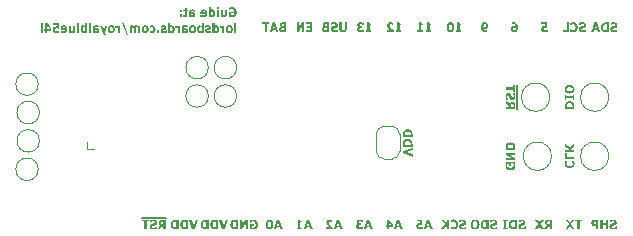
<source format=gbr>
%TF.GenerationSoftware,KiCad,Pcbnew,9.0.7*%
%TF.CreationDate,2026-01-28T15:54:31+01:00*%
%TF.ProjectId,RoyalBlue54L-Feather,526f7961-6c42-46c7-9565-35344c2d4665,rev?*%
%TF.SameCoordinates,Original*%
%TF.FileFunction,Legend,Bot*%
%TF.FilePolarity,Positive*%
%FSLAX46Y46*%
G04 Gerber Fmt 4.6, Leading zero omitted, Abs format (unit mm)*
G04 Created by KiCad (PCBNEW 9.0.7) date 2026-01-28 15:54:31*
%MOMM*%
%LPD*%
G01*
G04 APERTURE LIST*
%ADD10C,0.160000*%
%ADD11C,0.120000*%
G04 APERTURE END LIST*
D10*
G36*
X167812368Y-108111263D02*
G01*
X167815451Y-108163776D01*
X167824445Y-108212481D01*
X167839088Y-108257827D01*
X167860115Y-108300996D01*
X167886642Y-108339323D01*
X167918760Y-108373317D01*
X167956351Y-108402689D01*
X168000111Y-108427629D01*
X168050798Y-108448159D01*
X168104380Y-108462517D01*
X168164967Y-108471541D01*
X168233589Y-108474702D01*
X168297466Y-108471744D01*
X168355609Y-108463183D01*
X168408711Y-108449356D01*
X168459172Y-108429653D01*
X168503918Y-108405133D01*
X168543533Y-108375711D01*
X168576366Y-108342856D01*
X168604187Y-108304745D01*
X168627016Y-108260733D01*
X168643174Y-108214326D01*
X168653079Y-108164512D01*
X168656471Y-108110793D01*
X168654949Y-108066922D01*
X168650707Y-108029753D01*
X168635662Y-107963032D01*
X168612361Y-107904945D01*
X168588523Y-107859253D01*
X168390735Y-107859253D01*
X168390735Y-107880282D01*
X168422242Y-107914049D01*
X168458146Y-107960168D01*
X168474340Y-107987325D01*
X168487993Y-108017058D01*
X168497059Y-108048443D01*
X168500156Y-108082582D01*
X168496637Y-108120561D01*
X168486234Y-108156228D01*
X168468018Y-108189424D01*
X168440072Y-108220769D01*
X168404965Y-108245696D01*
X168357567Y-108266461D01*
X168303056Y-108279213D01*
X168233052Y-108283900D01*
X168182318Y-108281557D01*
X168140147Y-108275050D01*
X168105215Y-108265007D01*
X168058148Y-108242957D01*
X168024420Y-108217435D01*
X167998561Y-108186399D01*
X167981531Y-108152381D01*
X167971838Y-108116439D01*
X167968683Y-108081599D01*
X167971585Y-108048411D01*
X167980358Y-108015391D01*
X167994195Y-107983737D01*
X168012012Y-107954911D01*
X168046450Y-107911399D01*
X168078104Y-107878402D01*
X168078104Y-107859253D01*
X167882661Y-107859253D01*
X167856820Y-107910458D01*
X167835962Y-107961578D01*
X167818425Y-108027103D01*
X167814098Y-108060575D01*
X167812368Y-108111263D01*
G37*
G36*
X167828000Y-107211020D02*
G01*
X167828000Y-107724571D01*
X168640840Y-107724571D01*
X168640840Y-107540950D01*
X167984315Y-107540950D01*
X167984315Y-107211020D01*
X167828000Y-107211020D01*
G37*
G36*
X167828000Y-106435543D02*
G01*
X167828000Y-106660753D01*
X168153282Y-106873525D01*
X168094127Y-106916567D01*
X167828000Y-106916567D01*
X167828000Y-107100189D01*
X168640840Y-107100189D01*
X168640840Y-106916567D01*
X168272521Y-106916567D01*
X168640840Y-106662207D01*
X168640840Y-106449392D01*
X168264706Y-106727688D01*
X167828000Y-106435543D01*
G37*
G36*
X168310966Y-102811095D02*
G01*
X168378768Y-102825396D01*
X168438558Y-102848416D01*
X168492855Y-102880252D01*
X168538766Y-102918732D01*
X168576995Y-102964376D01*
X168603304Y-103010759D01*
X168624182Y-103070549D01*
X168636343Y-103136692D01*
X168640840Y-103220661D01*
X168640840Y-103478868D01*
X167828000Y-103478868D01*
X167828000Y-103248871D01*
X167981189Y-103248871D01*
X167981189Y-103295246D01*
X168487651Y-103295246D01*
X168487651Y-103248871D01*
X168485968Y-103193336D01*
X168481935Y-103160180D01*
X168473782Y-103131249D01*
X168460491Y-103102563D01*
X168435770Y-103068251D01*
X168406253Y-103041551D01*
X168371586Y-103021523D01*
X168332704Y-103007708D01*
X168287552Y-102998997D01*
X168234957Y-102995920D01*
X168181840Y-102998789D01*
X168137291Y-103006813D01*
X168099939Y-103019343D01*
X168066301Y-103037713D01*
X168037344Y-103062020D01*
X168012696Y-103092989D01*
X167997463Y-103122719D01*
X167987979Y-103152743D01*
X167983214Y-103187719D01*
X167981189Y-103248871D01*
X167828000Y-103248871D01*
X167828000Y-103227841D01*
X167831823Y-103145614D01*
X167842166Y-103080593D01*
X167861962Y-103020645D01*
X167892431Y-102966300D01*
X167928411Y-102923404D01*
X167973961Y-102885228D01*
X168030233Y-102851536D01*
X168091951Y-102826544D01*
X168159319Y-102811326D01*
X168233589Y-102806101D01*
X168310966Y-102811095D01*
G37*
G36*
X167828000Y-102280796D02*
G01*
X167828000Y-102697792D01*
X167974936Y-102697792D01*
X167974936Y-102581105D01*
X168493903Y-102581105D01*
X168493903Y-102697792D01*
X168640840Y-102697792D01*
X168640840Y-102280796D01*
X168493903Y-102280796D01*
X168493903Y-102397483D01*
X167974936Y-102397483D01*
X167974936Y-102280796D01*
X167828000Y-102280796D01*
G37*
G36*
X168312885Y-101442914D02*
G01*
X168381848Y-101455354D01*
X168442444Y-101475212D01*
X168495860Y-101502237D01*
X168542996Y-101536606D01*
X168582772Y-101577410D01*
X168614037Y-101623799D01*
X168637014Y-101676575D01*
X168651418Y-101736811D01*
X168656471Y-101805798D01*
X168651407Y-101875015D01*
X168636983Y-101935349D01*
X168613994Y-101988116D01*
X168582737Y-102034404D01*
X168542996Y-102075033D01*
X168495891Y-102109203D01*
X168442492Y-102136086D01*
X168381897Y-102155848D01*
X168312916Y-102168231D01*
X168234127Y-102172572D01*
X168156110Y-102168251D01*
X168087583Y-102155905D01*
X168027171Y-102136169D01*
X167973726Y-102109273D01*
X167926381Y-102075033D01*
X167886430Y-102034379D01*
X167855025Y-101988076D01*
X167831935Y-101935310D01*
X167817452Y-101874989D01*
X167812368Y-101805798D01*
X167812402Y-101805328D01*
X167965557Y-101805328D01*
X167969373Y-101839966D01*
X167980749Y-101872776D01*
X168000025Y-101902550D01*
X168028083Y-101928683D01*
X168063601Y-101949693D01*
X168110979Y-101967194D01*
X168164770Y-101977832D01*
X168234127Y-101981769D01*
X168302350Y-101977783D01*
X168358348Y-101966724D01*
X168407885Y-101948620D01*
X168442368Y-101927743D01*
X168470799Y-101900155D01*
X168489116Y-101871109D01*
X168499698Y-101839429D01*
X168503282Y-101805328D01*
X168499601Y-101771529D01*
X168488579Y-101739120D01*
X168469695Y-101709484D01*
X168441293Y-101682914D01*
X168406232Y-101661926D01*
X168358642Y-101644189D01*
X168304559Y-101633365D01*
X168234713Y-101629357D01*
X168169133Y-101632807D01*
X168116401Y-101642266D01*
X168068993Y-101658859D01*
X168029158Y-101681973D01*
X168000615Y-101708139D01*
X167981042Y-101737923D01*
X167969445Y-101770708D01*
X167965557Y-101805328D01*
X167812402Y-101805328D01*
X167817458Y-101736392D01*
X167831953Y-101675932D01*
X167855051Y-101623090D01*
X167886453Y-101576766D01*
X167926381Y-101536136D01*
X167973728Y-101501880D01*
X168027175Y-101474972D01*
X168087587Y-101455228D01*
X168156113Y-101442877D01*
X168234127Y-101438555D01*
X168312885Y-101442914D01*
G37*
G36*
X162875431Y-107978035D02*
G01*
X162855509Y-108030001D01*
X162833275Y-108104766D01*
X162817555Y-108183855D01*
X162812368Y-108262102D01*
X162817447Y-108335757D01*
X162831880Y-108399766D01*
X162854788Y-108455514D01*
X162885759Y-108504170D01*
X162924866Y-108546638D01*
X162971880Y-108582728D01*
X163025385Y-108611045D01*
X163086318Y-108631835D01*
X163155941Y-108644863D01*
X163235787Y-108649434D01*
X163311279Y-108644946D01*
X163378364Y-108632037D01*
X163438311Y-108611221D01*
X163492156Y-108582567D01*
X163540651Y-108545698D01*
X163580906Y-108502770D01*
X163612780Y-108453451D01*
X163636364Y-108396798D01*
X163651234Y-108331590D01*
X163656471Y-108256374D01*
X163652784Y-108187079D01*
X163642012Y-108122505D01*
X163621474Y-108058013D01*
X163584420Y-107980941D01*
X163393861Y-107980941D01*
X163393861Y-108001501D01*
X163425906Y-108040738D01*
X163461224Y-108090448D01*
X163476868Y-108119668D01*
X163490875Y-108155245D01*
X163500124Y-108193081D01*
X163503282Y-108233892D01*
X163499043Y-108281189D01*
X163486918Y-108322369D01*
X163466262Y-108359899D01*
X163436702Y-108393620D01*
X163400228Y-108420164D01*
X163353512Y-108441193D01*
X163300601Y-108454053D01*
X163237009Y-108458632D01*
X163169655Y-108454182D01*
X163114190Y-108441772D01*
X163068449Y-108422315D01*
X163030770Y-108396014D01*
X163000956Y-108363023D01*
X162978733Y-108322349D01*
X162964454Y-108272356D01*
X162959304Y-108210939D01*
X162959842Y-108187772D01*
X162961503Y-108164563D01*
X163121872Y-108164563D01*
X163121872Y-108306554D01*
X163275062Y-108306554D01*
X163275062Y-107978035D01*
X162875431Y-107978035D01*
G37*
G36*
X162828000Y-107165671D02*
G01*
X162828000Y-107342625D01*
X163385899Y-107644814D01*
X162828000Y-107644814D01*
X162828000Y-107813134D01*
X163640840Y-107813134D01*
X163640840Y-107593652D01*
X163175166Y-107333991D01*
X163640840Y-107333991D01*
X163640840Y-107165671D01*
X162828000Y-107165671D01*
G37*
G36*
X163310966Y-106315815D02*
G01*
X163378768Y-106330116D01*
X163438558Y-106353136D01*
X163492855Y-106384972D01*
X163538766Y-106423452D01*
X163576995Y-106469097D01*
X163603304Y-106515479D01*
X163624182Y-106575269D01*
X163636343Y-106641412D01*
X163640840Y-106725381D01*
X163640840Y-106983588D01*
X162828000Y-106983588D01*
X162828000Y-106753591D01*
X162981189Y-106753591D01*
X162981189Y-106799966D01*
X163487651Y-106799966D01*
X163487651Y-106753591D01*
X163485968Y-106698056D01*
X163481935Y-106664900D01*
X163473782Y-106635970D01*
X163460491Y-106607283D01*
X163435770Y-106572971D01*
X163406253Y-106546272D01*
X163371586Y-106526243D01*
X163332704Y-106512428D01*
X163287552Y-106503717D01*
X163234957Y-106500641D01*
X163181840Y-106503509D01*
X163137291Y-106511533D01*
X163099939Y-106524063D01*
X163066301Y-106542433D01*
X163037344Y-106566740D01*
X163012696Y-106597709D01*
X162997463Y-106627439D01*
X162987979Y-106657463D01*
X162983214Y-106692439D01*
X162981189Y-106753591D01*
X162828000Y-106753591D01*
X162828000Y-106732561D01*
X162831823Y-106650334D01*
X162842166Y-106585313D01*
X162861962Y-106525366D01*
X162892431Y-106471020D01*
X162928411Y-106428124D01*
X162973961Y-106389948D01*
X163030233Y-106356256D01*
X163091951Y-106331264D01*
X163159319Y-106316046D01*
X163233589Y-106310821D01*
X163310966Y-106315815D01*
G37*
G36*
X143936834Y-113662000D02*
G01*
X143751801Y-113662000D01*
X143702562Y-113496305D01*
X143438584Y-113496305D01*
X143389345Y-113662000D01*
X143199483Y-113662000D01*
X143300635Y-113349369D01*
X143483079Y-113349369D01*
X143658067Y-113349369D01*
X143570573Y-113057450D01*
X143483079Y-113349369D01*
X143300635Y-113349369D01*
X143462478Y-112849159D01*
X143673839Y-112849159D01*
X143936834Y-113662000D01*
G37*
G36*
X142891655Y-112836765D02*
G01*
X142936260Y-112845898D01*
X142974572Y-112860248D01*
X143010157Y-112881214D01*
X143040573Y-112907790D01*
X143066383Y-112940262D01*
X143087328Y-112977758D01*
X143104620Y-113021398D01*
X143118058Y-113072055D01*
X143129937Y-113153512D01*
X143134301Y-113255579D01*
X143130115Y-113354928D01*
X143118529Y-113437198D01*
X143105324Y-113488751D01*
X143088188Y-113532622D01*
X143067366Y-113569822D01*
X143041854Y-113602318D01*
X143011600Y-113629096D01*
X142976025Y-113650422D01*
X142937683Y-113665001D01*
X142892629Y-113674316D01*
X142839719Y-113677631D01*
X142785845Y-113674308D01*
X142740710Y-113665041D01*
X142702986Y-113650667D01*
X142667966Y-113629625D01*
X142637847Y-113603130D01*
X142612116Y-113570897D01*
X142591950Y-113534798D01*
X142574959Y-113491030D01*
X142561466Y-113438322D01*
X142549478Y-113354560D01*
X142545181Y-113255042D01*
X142730256Y-113255042D01*
X142733916Y-113352843D01*
X142743222Y-113419912D01*
X142756072Y-113463919D01*
X142771559Y-113492572D01*
X142790245Y-113511923D01*
X142812578Y-113523517D01*
X142839719Y-113527568D01*
X142866883Y-113523516D01*
X142889230Y-113511920D01*
X142907923Y-113492569D01*
X142923409Y-113463919D01*
X142936275Y-113419932D01*
X142945573Y-113353168D01*
X142949226Y-113256117D01*
X142945590Y-113156333D01*
X142936417Y-113089047D01*
X142923879Y-113045872D01*
X142908675Y-113018019D01*
X142890037Y-112999066D01*
X142867462Y-112987616D01*
X142839719Y-112983591D01*
X142811999Y-112987615D01*
X142789438Y-112999063D01*
X142770807Y-113018016D01*
X142755602Y-113045872D01*
X142743050Y-113089027D01*
X142733884Y-113156009D01*
X142730256Y-113255042D01*
X142545181Y-113255042D01*
X142549381Y-113155819D01*
X142560953Y-113074498D01*
X142574080Y-113023629D01*
X142591054Y-112980110D01*
X142611645Y-112942997D01*
X142637455Y-112909700D01*
X142667582Y-112882494D01*
X142702516Y-112861030D01*
X142740243Y-112846377D01*
X142785518Y-112836922D01*
X142839719Y-112833528D01*
X142891655Y-112836765D01*
G37*
G36*
X171674056Y-96706863D02*
G01*
X171677675Y-96753520D01*
X171688223Y-96795630D01*
X171705626Y-96834099D01*
X171730329Y-96869587D01*
X171763259Y-96902453D01*
X171808898Y-96933749D01*
X171863330Y-96957226D01*
X171928192Y-96972259D01*
X172005438Y-96977631D01*
X172090966Y-96972838D01*
X172159653Y-96959752D01*
X172223938Y-96939248D01*
X172282794Y-96914421D01*
X172282794Y-96718147D01*
X172262705Y-96718147D01*
X172223298Y-96751512D01*
X172180924Y-96779274D01*
X172135290Y-96801581D01*
X172087724Y-96818075D01*
X172042662Y-96827604D01*
X171999711Y-96830695D01*
X171955729Y-96827275D01*
X171929830Y-96822410D01*
X171911234Y-96815845D01*
X171891670Y-96804019D01*
X171876570Y-96790199D01*
X171866641Y-96772065D01*
X171862935Y-96744575D01*
X171867764Y-96719941D01*
X171882810Y-96698364D01*
X171905698Y-96681991D01*
X171940897Y-96668517D01*
X172025741Y-96648050D01*
X172069596Y-96637019D01*
X172109687Y-96623674D01*
X172167504Y-96596783D01*
X172209553Y-96566457D01*
X172239026Y-96533158D01*
X172260561Y-96492942D01*
X172273827Y-96446174D01*
X172278477Y-96391204D01*
X172274915Y-96347376D01*
X172264495Y-96307631D01*
X172247207Y-96271095D01*
X172222500Y-96237150D01*
X172189317Y-96205482D01*
X172143652Y-96175134D01*
X172091040Y-96152685D01*
X172030296Y-96138522D01*
X171960003Y-96133528D01*
X171890111Y-96137404D01*
X171821133Y-96149013D01*
X171755093Y-96167122D01*
X171702266Y-96187847D01*
X171702266Y-96374254D01*
X171721885Y-96374254D01*
X171768537Y-96338339D01*
X171827330Y-96307380D01*
X171869446Y-96292364D01*
X171911821Y-96283437D01*
X171954746Y-96280464D01*
X172000437Y-96284177D01*
X172022725Y-96289479D01*
X172044163Y-96298050D01*
X172061476Y-96308745D01*
X172076220Y-96323891D01*
X172086290Y-96342498D01*
X172089598Y-96363311D01*
X172087104Y-96383562D01*
X172080003Y-96399739D01*
X172068099Y-96412844D01*
X172041338Y-96427566D01*
X171986803Y-96444254D01*
X171911490Y-96462327D01*
X171833784Y-96486410D01*
X171781155Y-96510932D01*
X171741728Y-96538874D01*
X171713037Y-96569843D01*
X171691894Y-96607278D01*
X171678729Y-96652292D01*
X171674056Y-96706863D01*
G37*
G36*
X171547837Y-96962000D02*
G01*
X171296810Y-96962000D01*
X171214584Y-96958176D01*
X171149563Y-96947833D01*
X171089615Y-96928037D01*
X171035269Y-96897568D01*
X170992374Y-96861588D01*
X170954197Y-96816038D01*
X170920505Y-96759766D01*
X170895513Y-96698048D01*
X170880295Y-96630680D01*
X170875070Y-96556410D01*
X170875158Y-96555042D01*
X171064890Y-96555042D01*
X171067758Y-96608159D01*
X171075782Y-96652708D01*
X171088313Y-96690060D01*
X171106682Y-96723698D01*
X171130989Y-96752655D01*
X171161958Y-96777303D01*
X171191689Y-96792536D01*
X171221712Y-96802020D01*
X171256688Y-96806785D01*
X171317840Y-96808810D01*
X171364215Y-96808810D01*
X171364215Y-96302348D01*
X171317840Y-96302348D01*
X171262305Y-96304031D01*
X171229149Y-96308064D01*
X171200219Y-96316217D01*
X171171532Y-96329508D01*
X171137220Y-96354229D01*
X171110521Y-96383746D01*
X171090492Y-96418413D01*
X171076677Y-96457295D01*
X171067966Y-96502447D01*
X171064890Y-96555042D01*
X170875158Y-96555042D01*
X170880064Y-96479033D01*
X170894365Y-96411231D01*
X170917385Y-96351441D01*
X170949221Y-96297144D01*
X170987701Y-96251233D01*
X171033346Y-96213004D01*
X171079728Y-96186695D01*
X171139518Y-96165817D01*
X171205661Y-96153656D01*
X171289630Y-96149159D01*
X171547837Y-96149159D01*
X171547837Y-96962000D01*
G37*
G36*
X170814077Y-96962000D02*
G01*
X170629044Y-96962000D01*
X170579805Y-96796305D01*
X170315827Y-96796305D01*
X170266588Y-96962000D01*
X170076726Y-96962000D01*
X170177877Y-96649369D01*
X170360322Y-96649369D01*
X170535310Y-96649369D01*
X170447816Y-96357450D01*
X170360322Y-96649369D01*
X170177877Y-96649369D01*
X170339720Y-96149159D01*
X170551082Y-96149159D01*
X170814077Y-96962000D01*
G37*
G36*
X146476834Y-113662000D02*
G01*
X146291801Y-113662000D01*
X146242562Y-113496305D01*
X145978584Y-113496305D01*
X145929345Y-113662000D01*
X145739483Y-113662000D01*
X145840635Y-113349369D01*
X146023079Y-113349369D01*
X146198067Y-113349369D01*
X146110573Y-113057450D01*
X146023079Y-113349369D01*
X145840635Y-113349369D01*
X146002478Y-112849159D01*
X146213839Y-112849159D01*
X146476834Y-113662000D01*
G37*
G36*
X145125359Y-113662000D02*
G01*
X145600655Y-113662000D01*
X145600655Y-113521316D01*
X145450501Y-113521316D01*
X145450501Y-113089885D01*
X145600655Y-113089885D01*
X145600655Y-112958580D01*
X145534661Y-112953988D01*
X145504659Y-112947395D01*
X145482045Y-112938113D01*
X145459849Y-112922179D01*
X145444773Y-112903088D01*
X145435172Y-112879582D01*
X145430412Y-112849159D01*
X145272136Y-112849159D01*
X145272136Y-113521316D01*
X145125359Y-113521316D01*
X145125359Y-113662000D01*
G37*
G36*
X156053690Y-96962000D02*
G01*
X156528987Y-96962000D01*
X156528987Y-96821316D01*
X156378832Y-96821316D01*
X156378832Y-96389885D01*
X156528987Y-96389885D01*
X156528987Y-96258580D01*
X156462992Y-96253988D01*
X156432991Y-96247395D01*
X156410376Y-96238113D01*
X156388181Y-96222179D01*
X156373105Y-96203088D01*
X156363504Y-96179582D01*
X156358743Y-96149159D01*
X156200468Y-96149159D01*
X156200468Y-96821316D01*
X156053690Y-96821316D01*
X156053690Y-96962000D01*
G37*
G36*
X155357500Y-96962000D02*
G01*
X155832797Y-96962000D01*
X155832797Y-96821316D01*
X155682643Y-96821316D01*
X155682643Y-96389885D01*
X155832797Y-96389885D01*
X155832797Y-96258580D01*
X155766803Y-96253988D01*
X155736801Y-96247395D01*
X155714187Y-96238113D01*
X155691991Y-96222179D01*
X155676915Y-96203088D01*
X155667314Y-96179582D01*
X155662554Y-96149159D01*
X155504278Y-96149159D01*
X155504278Y-96821316D01*
X155357500Y-96821316D01*
X155357500Y-96962000D01*
G37*
G36*
X154940840Y-106780804D02*
G01*
X154128000Y-107040465D01*
X154128000Y-107246056D01*
X154940840Y-107505717D01*
X154940840Y-107313034D01*
X154369849Y-107140867D01*
X154940840Y-106968743D01*
X154940840Y-106780804D01*
G37*
G36*
X154610966Y-106010406D02*
G01*
X154678768Y-106024708D01*
X154738558Y-106047727D01*
X154792855Y-106079563D01*
X154838766Y-106118043D01*
X154876995Y-106163688D01*
X154903304Y-106210070D01*
X154924182Y-106269860D01*
X154936343Y-106336003D01*
X154940840Y-106419972D01*
X154940840Y-106678179D01*
X154128000Y-106678179D01*
X154128000Y-106448182D01*
X154281189Y-106448182D01*
X154281189Y-106494557D01*
X154787651Y-106494557D01*
X154787651Y-106448182D01*
X154785968Y-106392648D01*
X154781935Y-106359491D01*
X154773782Y-106330561D01*
X154760491Y-106301874D01*
X154735770Y-106267563D01*
X154706253Y-106240863D01*
X154671586Y-106220835D01*
X154632704Y-106207019D01*
X154587552Y-106198308D01*
X154534957Y-106195232D01*
X154481840Y-106198100D01*
X154437291Y-106206124D01*
X154399939Y-106218655D01*
X154366301Y-106237024D01*
X154337344Y-106261331D01*
X154312696Y-106292300D01*
X154297463Y-106322031D01*
X154287979Y-106352054D01*
X154283214Y-106387030D01*
X154281189Y-106448182D01*
X154128000Y-106448182D01*
X154128000Y-106427153D01*
X154131823Y-106344926D01*
X154142166Y-106279905D01*
X154161962Y-106219957D01*
X154192431Y-106165611D01*
X154228411Y-106122716D01*
X154273961Y-106084539D01*
X154330233Y-106050848D01*
X154391951Y-106025855D01*
X154459319Y-106010637D01*
X154533589Y-106005412D01*
X154610966Y-106010406D01*
G37*
G36*
X154610966Y-105197273D02*
G01*
X154678768Y-105211574D01*
X154738558Y-105234594D01*
X154792855Y-105266430D01*
X154838766Y-105304910D01*
X154876995Y-105350555D01*
X154903304Y-105396937D01*
X154924182Y-105456727D01*
X154936343Y-105522870D01*
X154940840Y-105606839D01*
X154940840Y-105865046D01*
X154128000Y-105865046D01*
X154128000Y-105635049D01*
X154281189Y-105635049D01*
X154281189Y-105681424D01*
X154787651Y-105681424D01*
X154787651Y-105635049D01*
X154785968Y-105579514D01*
X154781935Y-105546358D01*
X154773782Y-105517427D01*
X154760491Y-105488741D01*
X154735770Y-105454429D01*
X154706253Y-105427729D01*
X154671586Y-105407701D01*
X154632704Y-105393886D01*
X154587552Y-105385175D01*
X154534957Y-105382098D01*
X154481840Y-105384967D01*
X154437291Y-105392991D01*
X154399939Y-105405521D01*
X154366301Y-105423891D01*
X154337344Y-105448198D01*
X154312696Y-105479167D01*
X154297463Y-105508897D01*
X154287979Y-105538921D01*
X154283214Y-105573897D01*
X154281189Y-105635049D01*
X154128000Y-105635049D01*
X154128000Y-105614019D01*
X154131823Y-105531792D01*
X154142166Y-105466771D01*
X154161962Y-105406823D01*
X154192431Y-105352478D01*
X154228411Y-105309582D01*
X154273961Y-105271406D01*
X154330233Y-105237714D01*
X154391951Y-105212722D01*
X154459319Y-105197504D01*
X154533589Y-105192279D01*
X154610966Y-105197273D01*
G37*
G36*
X141178035Y-113614568D02*
G01*
X141230001Y-113634490D01*
X141304766Y-113656724D01*
X141383855Y-113672444D01*
X141462102Y-113677631D01*
X141535757Y-113672552D01*
X141599766Y-113658119D01*
X141655514Y-113635211D01*
X141704170Y-113604240D01*
X141746638Y-113565133D01*
X141782728Y-113518119D01*
X141811045Y-113464614D01*
X141831835Y-113403681D01*
X141844863Y-113334058D01*
X141849434Y-113254212D01*
X141844946Y-113178720D01*
X141832037Y-113111635D01*
X141811221Y-113051688D01*
X141782567Y-112997843D01*
X141745698Y-112949348D01*
X141702770Y-112909093D01*
X141653451Y-112877219D01*
X141596798Y-112853635D01*
X141531590Y-112838765D01*
X141456374Y-112833528D01*
X141387079Y-112837215D01*
X141322505Y-112847987D01*
X141258013Y-112868525D01*
X141180941Y-112905579D01*
X141180941Y-113096138D01*
X141201501Y-113096138D01*
X141240738Y-113064093D01*
X141290448Y-113028775D01*
X141319668Y-113013131D01*
X141355245Y-112999124D01*
X141393081Y-112989875D01*
X141433892Y-112986717D01*
X141481189Y-112990956D01*
X141522369Y-113003081D01*
X141559899Y-113023737D01*
X141593620Y-113053297D01*
X141620164Y-113089771D01*
X141641193Y-113136487D01*
X141654053Y-113189398D01*
X141658632Y-113252990D01*
X141654182Y-113320344D01*
X141641772Y-113375809D01*
X141622315Y-113421550D01*
X141596014Y-113459229D01*
X141563023Y-113489043D01*
X141522349Y-113511266D01*
X141472356Y-113525545D01*
X141410939Y-113530695D01*
X141387772Y-113530157D01*
X141364563Y-113528496D01*
X141364563Y-113368127D01*
X141506554Y-113368127D01*
X141506554Y-113214937D01*
X141178035Y-113214937D01*
X141178035Y-113614568D01*
G37*
G36*
X140365671Y-113662000D02*
G01*
X140542625Y-113662000D01*
X140844814Y-113104100D01*
X140844814Y-113662000D01*
X141013134Y-113662000D01*
X141013134Y-112849159D01*
X140793652Y-112849159D01*
X140533991Y-113314833D01*
X140533991Y-112849159D01*
X140365671Y-112849159D01*
X140365671Y-113662000D01*
G37*
G36*
X140183588Y-113662000D02*
G01*
X139932561Y-113662000D01*
X139850334Y-113658176D01*
X139785313Y-113647833D01*
X139725366Y-113628037D01*
X139671020Y-113597568D01*
X139628124Y-113561588D01*
X139589948Y-113516038D01*
X139556256Y-113459766D01*
X139531264Y-113398048D01*
X139516046Y-113330680D01*
X139510821Y-113256410D01*
X139510909Y-113255042D01*
X139700641Y-113255042D01*
X139703509Y-113308159D01*
X139711533Y-113352708D01*
X139724063Y-113390060D01*
X139742433Y-113423698D01*
X139766740Y-113452655D01*
X139797709Y-113477303D01*
X139827439Y-113492536D01*
X139857463Y-113502020D01*
X139892439Y-113506785D01*
X139953591Y-113508810D01*
X139999966Y-113508810D01*
X139999966Y-113002348D01*
X139953591Y-113002348D01*
X139898056Y-113004031D01*
X139864900Y-113008064D01*
X139835970Y-113016217D01*
X139807283Y-113029508D01*
X139772971Y-113054229D01*
X139746272Y-113083746D01*
X139726243Y-113118413D01*
X139712428Y-113157295D01*
X139703717Y-113202447D01*
X139700641Y-113255042D01*
X139510909Y-113255042D01*
X139515815Y-113179033D01*
X139530116Y-113111231D01*
X139553136Y-113051441D01*
X139584972Y-112997144D01*
X139623452Y-112951233D01*
X139669097Y-112913004D01*
X139715479Y-112886695D01*
X139775269Y-112865817D01*
X139841412Y-112853656D01*
X139925381Y-112849159D01*
X140183588Y-112849159D01*
X140183588Y-113662000D01*
G37*
G36*
X163175313Y-103005196D02*
G01*
X163203671Y-102962023D01*
X163235214Y-102927577D01*
X163269933Y-102900691D01*
X163309856Y-102880990D01*
X163358232Y-102868549D01*
X163417113Y-102864103D01*
X163460169Y-102866977D01*
X163496121Y-102875045D01*
X163526241Y-102887782D01*
X163565504Y-102915412D01*
X163597071Y-102951597D01*
X163619656Y-102992777D01*
X163632633Y-103036740D01*
X163638614Y-103084319D01*
X163640840Y-103145263D01*
X163640840Y-103453223D01*
X162828000Y-103453223D01*
X162828000Y-103270584D01*
X163124999Y-103270584D01*
X163124999Y-103214164D01*
X163271935Y-103214164D01*
X163271935Y-103270584D01*
X163493903Y-103270584D01*
X163493903Y-103204120D01*
X163491949Y-103146246D01*
X163488151Y-103122346D01*
X163481154Y-103102734D01*
X163465492Y-103079287D01*
X163446276Y-103064993D01*
X163422591Y-103056860D01*
X163393177Y-103053965D01*
X163360326Y-103056424D01*
X163337539Y-103062813D01*
X163318121Y-103073903D01*
X163299632Y-103090767D01*
X163285326Y-103112731D01*
X163276918Y-103140519D01*
X163273307Y-103171958D01*
X163271935Y-103214164D01*
X163124999Y-103214164D01*
X163124999Y-103185954D01*
X162828000Y-102991775D01*
X162828000Y-102767505D01*
X163175313Y-103005196D01*
G37*
G36*
X163083136Y-102117306D02*
G01*
X163036479Y-102120925D01*
X162994369Y-102131474D01*
X162955900Y-102148877D01*
X162920412Y-102173579D01*
X162887546Y-102206510D01*
X162856250Y-102252149D01*
X162832773Y-102306580D01*
X162817740Y-102371442D01*
X162812368Y-102448689D01*
X162817161Y-102534217D01*
X162830247Y-102602904D01*
X162850751Y-102667189D01*
X162875578Y-102726045D01*
X163071852Y-102726045D01*
X163071852Y-102705956D01*
X163038487Y-102666549D01*
X163010725Y-102624174D01*
X162988418Y-102578540D01*
X162971924Y-102530974D01*
X162962395Y-102485913D01*
X162959304Y-102442961D01*
X162962724Y-102398979D01*
X162967589Y-102373081D01*
X162974154Y-102354484D01*
X162985980Y-102334920D01*
X162999800Y-102319820D01*
X163017934Y-102309891D01*
X163045424Y-102306185D01*
X163070058Y-102311014D01*
X163091635Y-102326061D01*
X163108008Y-102348948D01*
X163121482Y-102384148D01*
X163141949Y-102468991D01*
X163152980Y-102512847D01*
X163166325Y-102552938D01*
X163193216Y-102610755D01*
X163223542Y-102652803D01*
X163256841Y-102682277D01*
X163297057Y-102703812D01*
X163343825Y-102717077D01*
X163398795Y-102721728D01*
X163442623Y-102718165D01*
X163482368Y-102707745D01*
X163518904Y-102690458D01*
X163552849Y-102665750D01*
X163584517Y-102632567D01*
X163614865Y-102586902D01*
X163637314Y-102534290D01*
X163651477Y-102473546D01*
X163656471Y-102403253D01*
X163652595Y-102333361D01*
X163640986Y-102264383D01*
X163622877Y-102198343D01*
X163602152Y-102145516D01*
X163415745Y-102145516D01*
X163415745Y-102165135D01*
X163451660Y-102211788D01*
X163482619Y-102270581D01*
X163497635Y-102312696D01*
X163506562Y-102355072D01*
X163509535Y-102397996D01*
X163505822Y-102443688D01*
X163500520Y-102465976D01*
X163491949Y-102487413D01*
X163481254Y-102504727D01*
X163466108Y-102519470D01*
X163447501Y-102529540D01*
X163426688Y-102532849D01*
X163406437Y-102530354D01*
X163390260Y-102523253D01*
X163377155Y-102511349D01*
X163362433Y-102484588D01*
X163345745Y-102430053D01*
X163327672Y-102354741D01*
X163303589Y-102277035D01*
X163279067Y-102224405D01*
X163251125Y-102184979D01*
X163220156Y-102156287D01*
X163182721Y-102135144D01*
X163137707Y-102121979D01*
X163083136Y-102117306D01*
G37*
G36*
X163484524Y-101434025D02*
G01*
X163484524Y-101656371D01*
X162828000Y-101656371D01*
X162828000Y-101839993D01*
X163484524Y-101839993D01*
X163484524Y-102062339D01*
X163640840Y-102062339D01*
X163640840Y-101434025D01*
X163484524Y-101434025D01*
G37*
X163812000Y-103474094D02*
X163812000Y-101484492D01*
G36*
X158879004Y-113406863D02*
G01*
X158882623Y-113453520D01*
X158893171Y-113495630D01*
X158910574Y-113534099D01*
X158935277Y-113569587D01*
X158968207Y-113602453D01*
X159013846Y-113633749D01*
X159068278Y-113657226D01*
X159133140Y-113672259D01*
X159210386Y-113677631D01*
X159295914Y-113672838D01*
X159364601Y-113659752D01*
X159428886Y-113639248D01*
X159487742Y-113614421D01*
X159487742Y-113418147D01*
X159467653Y-113418147D01*
X159428246Y-113451512D01*
X159385872Y-113479274D01*
X159340238Y-113501581D01*
X159292672Y-113518075D01*
X159247610Y-113527604D01*
X159204659Y-113530695D01*
X159160677Y-113527275D01*
X159134778Y-113522410D01*
X159116182Y-113515845D01*
X159096618Y-113504019D01*
X159081518Y-113490199D01*
X159071589Y-113472065D01*
X159067883Y-113444575D01*
X159072712Y-113419941D01*
X159087758Y-113398364D01*
X159110646Y-113381991D01*
X159145845Y-113368517D01*
X159230689Y-113348050D01*
X159274544Y-113337019D01*
X159314635Y-113323674D01*
X159372452Y-113296783D01*
X159414501Y-113266457D01*
X159443974Y-113233158D01*
X159465509Y-113192942D01*
X159478775Y-113146174D01*
X159483425Y-113091204D01*
X159479863Y-113047376D01*
X159469443Y-113007631D01*
X159452155Y-112971095D01*
X159427448Y-112937150D01*
X159394265Y-112905482D01*
X159348600Y-112875134D01*
X159295988Y-112852685D01*
X159235244Y-112838522D01*
X159164951Y-112833528D01*
X159095059Y-112837404D01*
X159026081Y-112849013D01*
X158960041Y-112867122D01*
X158907214Y-112887847D01*
X158907214Y-113074254D01*
X158926833Y-113074254D01*
X158973485Y-113038339D01*
X159032278Y-113007380D01*
X159074394Y-112992364D01*
X159116769Y-112983437D01*
X159159694Y-112980464D01*
X159205385Y-112984177D01*
X159227673Y-112989479D01*
X159249111Y-112998050D01*
X159266424Y-113008745D01*
X159281168Y-113023891D01*
X159291238Y-113042498D01*
X159294546Y-113063311D01*
X159292052Y-113083562D01*
X159284951Y-113099739D01*
X159273047Y-113112844D01*
X159246286Y-113127566D01*
X159191751Y-113144254D01*
X159116438Y-113162327D01*
X159038732Y-113186410D01*
X158986103Y-113210932D01*
X158946676Y-113238874D01*
X158917985Y-113269843D01*
X158896842Y-113307278D01*
X158883677Y-113352292D01*
X158879004Y-113406863D01*
G37*
G36*
X158430977Y-113677631D02*
G01*
X158483490Y-113674548D01*
X158532195Y-113665554D01*
X158577541Y-113650911D01*
X158620710Y-113629884D01*
X158659037Y-113603357D01*
X158693031Y-113571239D01*
X158722403Y-113533648D01*
X158747343Y-113489888D01*
X158767873Y-113439201D01*
X158782231Y-113385619D01*
X158791255Y-113325032D01*
X158794416Y-113256410D01*
X158791459Y-113192533D01*
X158782897Y-113134390D01*
X158769070Y-113081288D01*
X158749367Y-113030827D01*
X158724848Y-112986081D01*
X158695425Y-112946466D01*
X158662571Y-112913633D01*
X158624459Y-112885812D01*
X158580447Y-112862983D01*
X158534040Y-112846825D01*
X158484226Y-112836920D01*
X158430507Y-112833528D01*
X158386637Y-112835050D01*
X158349467Y-112839292D01*
X158282746Y-112854337D01*
X158224659Y-112877638D01*
X158178967Y-112901476D01*
X158178967Y-113099264D01*
X158199996Y-113099264D01*
X158233763Y-113067757D01*
X158279882Y-113031853D01*
X158307039Y-113015659D01*
X158336772Y-113002006D01*
X158368157Y-112992940D01*
X158402297Y-112989843D01*
X158440275Y-112993362D01*
X158475942Y-113003765D01*
X158509138Y-113021981D01*
X158540483Y-113049927D01*
X158565411Y-113085034D01*
X158586175Y-113132432D01*
X158598927Y-113186943D01*
X158603614Y-113256947D01*
X158601271Y-113307681D01*
X158594764Y-113349852D01*
X158584722Y-113384784D01*
X158562672Y-113431851D01*
X158537149Y-113465579D01*
X158506113Y-113491438D01*
X158472095Y-113508468D01*
X158436153Y-113518161D01*
X158401314Y-113521316D01*
X158368125Y-113518414D01*
X158335105Y-113509641D01*
X158303451Y-113495804D01*
X158274625Y-113477987D01*
X158231113Y-113443549D01*
X158198116Y-113411895D01*
X158178967Y-113411895D01*
X158178967Y-113607338D01*
X158230173Y-113633179D01*
X158281293Y-113654037D01*
X158346817Y-113671574D01*
X158380289Y-113675901D01*
X158430977Y-113677631D01*
G37*
G36*
X157379640Y-113662000D02*
G01*
X157604850Y-113662000D01*
X157817622Y-113336717D01*
X157860664Y-113395872D01*
X157860664Y-113662000D01*
X158044285Y-113662000D01*
X158044285Y-112849159D01*
X157860664Y-112849159D01*
X157860664Y-113217478D01*
X157606303Y-112849159D01*
X157393488Y-112849159D01*
X157671785Y-113225293D01*
X157379640Y-113662000D01*
G37*
G36*
X154096834Y-113662000D02*
G01*
X153911801Y-113662000D01*
X153862562Y-113496305D01*
X153598584Y-113496305D01*
X153549345Y-113662000D01*
X153359483Y-113662000D01*
X153460635Y-113349369D01*
X153643079Y-113349369D01*
X153818067Y-113349369D01*
X153730573Y-113057450D01*
X153643079Y-113349369D01*
X153460635Y-113349369D01*
X153622478Y-112849159D01*
X153833839Y-112849159D01*
X154096834Y-113662000D01*
G37*
G36*
X153307679Y-113318887D02*
G01*
X153307679Y-113474421D01*
X152962918Y-113474421D01*
X152962918Y-113665126D01*
X152787417Y-113665126D01*
X152787417Y-113474421D01*
X152690349Y-113474421D01*
X152690349Y-113324358D01*
X152787417Y-113324358D01*
X152962918Y-113324358D01*
X153169963Y-113324358D01*
X152962918Y-113030339D01*
X152962918Y-113324358D01*
X152787417Y-113324358D01*
X152787417Y-112849159D01*
X152974416Y-112849159D01*
X153307679Y-113318887D01*
G37*
G36*
X158593690Y-96962000D02*
G01*
X159068987Y-96962000D01*
X159068987Y-96821316D01*
X158918832Y-96821316D01*
X158918832Y-96389885D01*
X159068987Y-96389885D01*
X159068987Y-96258580D01*
X159002992Y-96253988D01*
X158972991Y-96247395D01*
X158950376Y-96238113D01*
X158928181Y-96222179D01*
X158913105Y-96203088D01*
X158903504Y-96179582D01*
X158898743Y-96149159D01*
X158740468Y-96149159D01*
X158740468Y-96821316D01*
X158593690Y-96821316D01*
X158593690Y-96962000D01*
G37*
G36*
X158203797Y-96136765D02*
G01*
X158248402Y-96145898D01*
X158286714Y-96160248D01*
X158322298Y-96181214D01*
X158352715Y-96207790D01*
X158378525Y-96240262D01*
X158399470Y-96277758D01*
X158416762Y-96321398D01*
X158430200Y-96372055D01*
X158442078Y-96453512D01*
X158446442Y-96555579D01*
X158442256Y-96654928D01*
X158430670Y-96737198D01*
X158417466Y-96788751D01*
X158400330Y-96832622D01*
X158379508Y-96869822D01*
X158353996Y-96902318D01*
X158323742Y-96929096D01*
X158288167Y-96950422D01*
X158249825Y-96965001D01*
X158204771Y-96974316D01*
X158151861Y-96977631D01*
X158097987Y-96974308D01*
X158052852Y-96965041D01*
X158015128Y-96950667D01*
X157980108Y-96929625D01*
X157949988Y-96903130D01*
X157924257Y-96870897D01*
X157904092Y-96834798D01*
X157887101Y-96791030D01*
X157873607Y-96738322D01*
X157861620Y-96654560D01*
X157857322Y-96555042D01*
X158042398Y-96555042D01*
X158046058Y-96652843D01*
X158055364Y-96719912D01*
X158068214Y-96763919D01*
X158083700Y-96792572D01*
X158102387Y-96811923D01*
X158124720Y-96823517D01*
X158151861Y-96827568D01*
X158179025Y-96823516D01*
X158201371Y-96811920D01*
X158220064Y-96792569D01*
X158235551Y-96763919D01*
X158248416Y-96719932D01*
X158257715Y-96653168D01*
X158261367Y-96556117D01*
X158257732Y-96456333D01*
X158248558Y-96389047D01*
X158236021Y-96345872D01*
X158220816Y-96318019D01*
X158202179Y-96299066D01*
X158179604Y-96287616D01*
X158151861Y-96283591D01*
X158124141Y-96287615D01*
X158101579Y-96299063D01*
X158082948Y-96318016D01*
X158067744Y-96345872D01*
X158055192Y-96389027D01*
X158046025Y-96456009D01*
X158042398Y-96555042D01*
X157857322Y-96555042D01*
X157861523Y-96455819D01*
X157873094Y-96374498D01*
X157886222Y-96323629D01*
X157903196Y-96280110D01*
X157923787Y-96242997D01*
X157949597Y-96209700D01*
X157979724Y-96182494D01*
X158014658Y-96161030D01*
X158052384Y-96146377D01*
X158097660Y-96136922D01*
X158151861Y-96133528D01*
X158203797Y-96136765D01*
G37*
G36*
X161510302Y-113406863D02*
G01*
X161513921Y-113453520D01*
X161524469Y-113495630D01*
X161541872Y-113534099D01*
X161566575Y-113569587D01*
X161599505Y-113602453D01*
X161645144Y-113633749D01*
X161699576Y-113657226D01*
X161764438Y-113672259D01*
X161841684Y-113677631D01*
X161927212Y-113672838D01*
X161995899Y-113659752D01*
X162060184Y-113639248D01*
X162119040Y-113614421D01*
X162119040Y-113418147D01*
X162098951Y-113418147D01*
X162059544Y-113451512D01*
X162017170Y-113479274D01*
X161971536Y-113501581D01*
X161923970Y-113518075D01*
X161878908Y-113527604D01*
X161835957Y-113530695D01*
X161791975Y-113527275D01*
X161766076Y-113522410D01*
X161747480Y-113515845D01*
X161727916Y-113504019D01*
X161712816Y-113490199D01*
X161702887Y-113472065D01*
X161699181Y-113444575D01*
X161704010Y-113419941D01*
X161719056Y-113398364D01*
X161741944Y-113381991D01*
X161777143Y-113368517D01*
X161861987Y-113348050D01*
X161905842Y-113337019D01*
X161945933Y-113323674D01*
X162003750Y-113296783D01*
X162045799Y-113266457D01*
X162075272Y-113233158D01*
X162096807Y-113192942D01*
X162110073Y-113146174D01*
X162114723Y-113091204D01*
X162111161Y-113047376D01*
X162100741Y-113007631D01*
X162083453Y-112971095D01*
X162058746Y-112937150D01*
X162025563Y-112905482D01*
X161979898Y-112875134D01*
X161927286Y-112852685D01*
X161866542Y-112838522D01*
X161796249Y-112833528D01*
X161726357Y-112837404D01*
X161657379Y-112849013D01*
X161591339Y-112867122D01*
X161538512Y-112887847D01*
X161538512Y-113074254D01*
X161558131Y-113074254D01*
X161604783Y-113038339D01*
X161663576Y-113007380D01*
X161705692Y-112992364D01*
X161748067Y-112983437D01*
X161790992Y-112980464D01*
X161836683Y-112984177D01*
X161858971Y-112989479D01*
X161880409Y-112998050D01*
X161897722Y-113008745D01*
X161912466Y-113023891D01*
X161922536Y-113042498D01*
X161925844Y-113063311D01*
X161923350Y-113083562D01*
X161916249Y-113099739D01*
X161904345Y-113112844D01*
X161877584Y-113127566D01*
X161823049Y-113144254D01*
X161747736Y-113162327D01*
X161670030Y-113186410D01*
X161617401Y-113210932D01*
X161577974Y-113238874D01*
X161549283Y-113269843D01*
X161528140Y-113307278D01*
X161514975Y-113352292D01*
X161510302Y-113406863D01*
G37*
G36*
X161384083Y-113662000D02*
G01*
X161133056Y-113662000D01*
X161050830Y-113658176D01*
X160985809Y-113647833D01*
X160925861Y-113628037D01*
X160871515Y-113597568D01*
X160828620Y-113561588D01*
X160790443Y-113516038D01*
X160756751Y-113459766D01*
X160731759Y-113398048D01*
X160716541Y-113330680D01*
X160711316Y-113256410D01*
X160711404Y-113255042D01*
X160901136Y-113255042D01*
X160904004Y-113308159D01*
X160912028Y-113352708D01*
X160924559Y-113390060D01*
X160942928Y-113423698D01*
X160967235Y-113452655D01*
X160998204Y-113477303D01*
X161027935Y-113492536D01*
X161057958Y-113502020D01*
X161092934Y-113506785D01*
X161154086Y-113508810D01*
X161200461Y-113508810D01*
X161200461Y-113002348D01*
X161154086Y-113002348D01*
X161098551Y-113004031D01*
X161065395Y-113008064D01*
X161036465Y-113016217D01*
X161007778Y-113029508D01*
X160973466Y-113054229D01*
X160946767Y-113083746D01*
X160926738Y-113118413D01*
X160912923Y-113157295D01*
X160904212Y-113202447D01*
X160901136Y-113255042D01*
X160711404Y-113255042D01*
X160716310Y-113179033D01*
X160730611Y-113111231D01*
X160753631Y-113051441D01*
X160785467Y-112997144D01*
X160823947Y-112951233D01*
X160869592Y-112913004D01*
X160915974Y-112886695D01*
X160975764Y-112865817D01*
X161041907Y-112853656D01*
X161125876Y-112849159D01*
X161384083Y-112849159D01*
X161384083Y-113662000D01*
G37*
G36*
X160315024Y-112838592D02*
G01*
X160375359Y-112853016D01*
X160428125Y-112876005D01*
X160474414Y-112907262D01*
X160515043Y-112947003D01*
X160549212Y-112994108D01*
X160576096Y-113047507D01*
X160595857Y-113108102D01*
X160608241Y-113177083D01*
X160612581Y-113255872D01*
X160608261Y-113333889D01*
X160595915Y-113402416D01*
X160576178Y-113462828D01*
X160549282Y-113516273D01*
X160515043Y-113563618D01*
X160474388Y-113603569D01*
X160428085Y-113634974D01*
X160375319Y-113658064D01*
X160314998Y-113672547D01*
X160245808Y-113677631D01*
X160176402Y-113672541D01*
X160115941Y-113658046D01*
X160063099Y-113634948D01*
X160016775Y-113603546D01*
X159976145Y-113563618D01*
X159941889Y-113516271D01*
X159914981Y-113462824D01*
X159895237Y-113402412D01*
X159882886Y-113333886D01*
X159878564Y-113255872D01*
X159878596Y-113255286D01*
X160069367Y-113255286D01*
X160072817Y-113320866D01*
X160082275Y-113373598D01*
X160098868Y-113421006D01*
X160121983Y-113460841D01*
X160148148Y-113489384D01*
X160177933Y-113508957D01*
X160210718Y-113520554D01*
X160245337Y-113524442D01*
X160279975Y-113520626D01*
X160312785Y-113509250D01*
X160342559Y-113489974D01*
X160368692Y-113461916D01*
X160389702Y-113426398D01*
X160407203Y-113379020D01*
X160417841Y-113325229D01*
X160421779Y-113255872D01*
X160417792Y-113187649D01*
X160406733Y-113131651D01*
X160388629Y-113082114D01*
X160367752Y-113047631D01*
X160340164Y-113019200D01*
X160311118Y-113000883D01*
X160279438Y-112990301D01*
X160245337Y-112986717D01*
X160211539Y-112990398D01*
X160179129Y-113001420D01*
X160149494Y-113020304D01*
X160122923Y-113048706D01*
X160101935Y-113083767D01*
X160084198Y-113131357D01*
X160073374Y-113185440D01*
X160069367Y-113255286D01*
X159878596Y-113255286D01*
X159882924Y-113177114D01*
X159895364Y-113108151D01*
X159915221Y-113047555D01*
X159942247Y-112994139D01*
X159976615Y-112947003D01*
X160017420Y-112907227D01*
X160063808Y-112875962D01*
X160116584Y-112852985D01*
X160176820Y-112838581D01*
X160245808Y-112833528D01*
X160315024Y-112838592D01*
G37*
G36*
X136050804Y-112849159D02*
G01*
X136310465Y-113662000D01*
X136516056Y-113662000D01*
X136775717Y-112849159D01*
X136583034Y-112849159D01*
X136410867Y-113420150D01*
X136238743Y-112849159D01*
X136050804Y-112849159D01*
G37*
G36*
X135948179Y-113662000D02*
G01*
X135697153Y-113662000D01*
X135614926Y-113658176D01*
X135549905Y-113647833D01*
X135489957Y-113628037D01*
X135435611Y-113597568D01*
X135392716Y-113561588D01*
X135354539Y-113516038D01*
X135320848Y-113459766D01*
X135295855Y-113398048D01*
X135280637Y-113330680D01*
X135275412Y-113256410D01*
X135275500Y-113255042D01*
X135465232Y-113255042D01*
X135468100Y-113308159D01*
X135476124Y-113352708D01*
X135488655Y-113390060D01*
X135507024Y-113423698D01*
X135531331Y-113452655D01*
X135562300Y-113477303D01*
X135592031Y-113492536D01*
X135622054Y-113502020D01*
X135657030Y-113506785D01*
X135718182Y-113508810D01*
X135764557Y-113508810D01*
X135764557Y-113002348D01*
X135718182Y-113002348D01*
X135662648Y-113004031D01*
X135629491Y-113008064D01*
X135600561Y-113016217D01*
X135571874Y-113029508D01*
X135537563Y-113054229D01*
X135510863Y-113083746D01*
X135490835Y-113118413D01*
X135477019Y-113157295D01*
X135468308Y-113202447D01*
X135465232Y-113255042D01*
X135275500Y-113255042D01*
X135280406Y-113179033D01*
X135294708Y-113111231D01*
X135317727Y-113051441D01*
X135349563Y-112997144D01*
X135388043Y-112951233D01*
X135433688Y-112913004D01*
X135480070Y-112886695D01*
X135539860Y-112865817D01*
X135606003Y-112853656D01*
X135689972Y-112849159D01*
X135948179Y-112849159D01*
X135948179Y-113662000D01*
G37*
G36*
X135135046Y-113662000D02*
G01*
X134884019Y-113662000D01*
X134801792Y-113658176D01*
X134736771Y-113647833D01*
X134676823Y-113628037D01*
X134622478Y-113597568D01*
X134579582Y-113561588D01*
X134541406Y-113516038D01*
X134507714Y-113459766D01*
X134482722Y-113398048D01*
X134467504Y-113330680D01*
X134462279Y-113256410D01*
X134462367Y-113255042D01*
X134652098Y-113255042D01*
X134654967Y-113308159D01*
X134662991Y-113352708D01*
X134675521Y-113390060D01*
X134693891Y-113423698D01*
X134718198Y-113452655D01*
X134749167Y-113477303D01*
X134778897Y-113492536D01*
X134808921Y-113502020D01*
X134843897Y-113506785D01*
X134905049Y-113508810D01*
X134951424Y-113508810D01*
X134951424Y-113002348D01*
X134905049Y-113002348D01*
X134849514Y-113004031D01*
X134816358Y-113008064D01*
X134787427Y-113016217D01*
X134758741Y-113029508D01*
X134724429Y-113054229D01*
X134697729Y-113083746D01*
X134677701Y-113118413D01*
X134663886Y-113157295D01*
X134655175Y-113202447D01*
X134652098Y-113255042D01*
X134462367Y-113255042D01*
X134467273Y-113179033D01*
X134481574Y-113111231D01*
X134504594Y-113051441D01*
X134536430Y-112997144D01*
X134574910Y-112951233D01*
X134620555Y-112913004D01*
X134666937Y-112886695D01*
X134726727Y-112865817D01*
X134792870Y-112853656D01*
X134876839Y-112849159D01*
X135135046Y-112849159D01*
X135135046Y-113662000D01*
G37*
G36*
X150973690Y-96962000D02*
G01*
X151448987Y-96962000D01*
X151448987Y-96821316D01*
X151298832Y-96821316D01*
X151298832Y-96389885D01*
X151448987Y-96389885D01*
X151448987Y-96258580D01*
X151382992Y-96253988D01*
X151352991Y-96247395D01*
X151330376Y-96238113D01*
X151308181Y-96222179D01*
X151293105Y-96203088D01*
X151283504Y-96179582D01*
X151278743Y-96149159D01*
X151120468Y-96149159D01*
X151120468Y-96821316D01*
X150973690Y-96821316D01*
X150973690Y-96962000D01*
G37*
G36*
X150302334Y-96579613D02*
G01*
X150281253Y-96604515D01*
X150265062Y-96633102D01*
X150255007Y-96666676D01*
X150251171Y-96714484D01*
X150256198Y-96770190D01*
X150271046Y-96821462D01*
X150286450Y-96852702D01*
X150306618Y-96881011D01*
X150331997Y-96906654D01*
X150375003Y-96936635D01*
X150426458Y-96959362D01*
X150483783Y-96972676D01*
X150558190Y-96977631D01*
X150643496Y-96973316D01*
X150710012Y-96961706D01*
X150770148Y-96943873D01*
X150813064Y-96925998D01*
X150813064Y-96746284D01*
X150794428Y-96746284D01*
X150750686Y-96772815D01*
X150696163Y-96796842D01*
X150639856Y-96813176D01*
X150591658Y-96818189D01*
X150531434Y-96812963D01*
X150500782Y-96804305D01*
X150476424Y-96789955D01*
X150460417Y-96774551D01*
X150448214Y-96756494D01*
X150440669Y-96734229D01*
X150437699Y-96699732D01*
X150441618Y-96666586D01*
X150452061Y-96644093D01*
X150468443Y-96627411D01*
X150489802Y-96616103D01*
X150514544Y-96609452D01*
X150546223Y-96606431D01*
X150607430Y-96605600D01*
X150646625Y-96605600D01*
X150646625Y-96464916D01*
X150605977Y-96464916D01*
X150540025Y-96462230D01*
X150512579Y-96457507D01*
X150491213Y-96449725D01*
X150472361Y-96437338D01*
X150459669Y-96422369D01*
X150452113Y-96402784D01*
X150449154Y-96372153D01*
X150452072Y-96349585D01*
X150460182Y-96332879D01*
X150472476Y-96319599D01*
X150487879Y-96309236D01*
X150507616Y-96301284D01*
X150531904Y-96296242D01*
X150575416Y-96292969D01*
X150621015Y-96297179D01*
X150672954Y-96310702D01*
X150724467Y-96332200D01*
X150774809Y-96361748D01*
X150792505Y-96361748D01*
X150792505Y-96184965D01*
X150749555Y-96168330D01*
X150685905Y-96150234D01*
X150618024Y-96137709D01*
X150549129Y-96133528D01*
X150483849Y-96137081D01*
X150430989Y-96146815D01*
X150383048Y-96163065D01*
X150347299Y-96182376D01*
X150312498Y-96212508D01*
X150288998Y-96246954D01*
X150274820Y-96287327D01*
X150269850Y-96335907D01*
X150273970Y-96379291D01*
X150286143Y-96419018D01*
X150306694Y-96456075D01*
X150333758Y-96487029D01*
X150365782Y-96509408D01*
X150403719Y-96523632D01*
X150403719Y-96531009D01*
X150379151Y-96536576D01*
X150352086Y-96546298D01*
X150326059Y-96560336D01*
X150302334Y-96579613D01*
G37*
G36*
X166746184Y-113662000D02*
G01*
X166563545Y-113662000D01*
X166563545Y-113365000D01*
X166478915Y-113365000D01*
X166284736Y-113662000D01*
X166060466Y-113662000D01*
X166298157Y-113314686D01*
X166254984Y-113286328D01*
X166220538Y-113254785D01*
X166193652Y-113220066D01*
X166173951Y-113180143D01*
X166161510Y-113131767D01*
X166158871Y-113096822D01*
X166346926Y-113096822D01*
X166349385Y-113129673D01*
X166355774Y-113152460D01*
X166366864Y-113171878D01*
X166383728Y-113190367D01*
X166405692Y-113204673D01*
X166433480Y-113213081D01*
X166464919Y-113216692D01*
X166507125Y-113218064D01*
X166563545Y-113218064D01*
X166563545Y-112996096D01*
X166497081Y-112996096D01*
X166439207Y-112998050D01*
X166415307Y-113001848D01*
X166395695Y-113008845D01*
X166372248Y-113024507D01*
X166357954Y-113043723D01*
X166349821Y-113067408D01*
X166346926Y-113096822D01*
X166158871Y-113096822D01*
X166157064Y-113072886D01*
X166159938Y-113029830D01*
X166168006Y-112993878D01*
X166180743Y-112963758D01*
X166208373Y-112924495D01*
X166244558Y-112892928D01*
X166285738Y-112870343D01*
X166329701Y-112857366D01*
X166377280Y-112851385D01*
X166438224Y-112849159D01*
X166746184Y-112849159D01*
X166746184Y-113662000D01*
G37*
G36*
X165334698Y-113662000D02*
G01*
X165547000Y-113662000D01*
X165700489Y-113394505D01*
X165856884Y-113662000D01*
X166059611Y-113662000D01*
X165807131Y-113252600D01*
X166054354Y-112849159D01*
X165842522Y-112849159D01*
X165694291Y-113102439D01*
X165541743Y-112849159D01*
X165338545Y-112849159D01*
X165587178Y-113244393D01*
X165334698Y-113662000D01*
G37*
G36*
X134033930Y-113662000D02*
G01*
X133851291Y-113662000D01*
X133851291Y-113365000D01*
X133766661Y-113365000D01*
X133572482Y-113662000D01*
X133348212Y-113662000D01*
X133585903Y-113314686D01*
X133542730Y-113286328D01*
X133508284Y-113254785D01*
X133481398Y-113220066D01*
X133461697Y-113180143D01*
X133449256Y-113131767D01*
X133446617Y-113096822D01*
X133634672Y-113096822D01*
X133637131Y-113129673D01*
X133643520Y-113152460D01*
X133654610Y-113171878D01*
X133671474Y-113190367D01*
X133693438Y-113204673D01*
X133721226Y-113213081D01*
X133752665Y-113216692D01*
X133794871Y-113218064D01*
X133851291Y-113218064D01*
X133851291Y-112996096D01*
X133784827Y-112996096D01*
X133726953Y-112998050D01*
X133703053Y-113001848D01*
X133683441Y-113008845D01*
X133659994Y-113024507D01*
X133645700Y-113043723D01*
X133637567Y-113067408D01*
X133634672Y-113096822D01*
X133446617Y-113096822D01*
X133444810Y-113072886D01*
X133447684Y-113029830D01*
X133455752Y-112993878D01*
X133468489Y-112963758D01*
X133496119Y-112924495D01*
X133532304Y-112892928D01*
X133573484Y-112870343D01*
X133617447Y-112857366D01*
X133665026Y-112851385D01*
X133725970Y-112849159D01*
X134033930Y-112849159D01*
X134033930Y-113662000D01*
G37*
G36*
X132698013Y-113406863D02*
G01*
X132701632Y-113453520D01*
X132712181Y-113495630D01*
X132729584Y-113534099D01*
X132754286Y-113569587D01*
X132787217Y-113602453D01*
X132832856Y-113633749D01*
X132887287Y-113657226D01*
X132952149Y-113672259D01*
X133029396Y-113677631D01*
X133114924Y-113672838D01*
X133183611Y-113659752D01*
X133247896Y-113639248D01*
X133306752Y-113614421D01*
X133306752Y-113418147D01*
X133286663Y-113418147D01*
X133247256Y-113451512D01*
X133204881Y-113479274D01*
X133159247Y-113501581D01*
X133111681Y-113518075D01*
X133066620Y-113527604D01*
X133023668Y-113530695D01*
X132979686Y-113527275D01*
X132953788Y-113522410D01*
X132935191Y-113515845D01*
X132915627Y-113504019D01*
X132900527Y-113490199D01*
X132890598Y-113472065D01*
X132886892Y-113444575D01*
X132891721Y-113419941D01*
X132906768Y-113398364D01*
X132929655Y-113381991D01*
X132964855Y-113368517D01*
X133049698Y-113348050D01*
X133093554Y-113337019D01*
X133133645Y-113323674D01*
X133191462Y-113296783D01*
X133233510Y-113266457D01*
X133262984Y-113233158D01*
X133284519Y-113192942D01*
X133297784Y-113146174D01*
X133302435Y-113091204D01*
X133298872Y-113047376D01*
X133288452Y-113007631D01*
X133271165Y-112971095D01*
X133246457Y-112937150D01*
X133213274Y-112905482D01*
X133167609Y-112875134D01*
X133114997Y-112852685D01*
X133054253Y-112838522D01*
X132983960Y-112833528D01*
X132914068Y-112837404D01*
X132845090Y-112849013D01*
X132779050Y-112867122D01*
X132726223Y-112887847D01*
X132726223Y-113074254D01*
X132745842Y-113074254D01*
X132792495Y-113038339D01*
X132851288Y-113007380D01*
X132893403Y-112992364D01*
X132935779Y-112983437D01*
X132978703Y-112980464D01*
X133024395Y-112984177D01*
X133046683Y-112989479D01*
X133068120Y-112998050D01*
X133085434Y-113008745D01*
X133100177Y-113023891D01*
X133110247Y-113042498D01*
X133113556Y-113063311D01*
X133111061Y-113083562D01*
X133103960Y-113099739D01*
X133092056Y-113112844D01*
X133065295Y-113127566D01*
X133010760Y-113144254D01*
X132935448Y-113162327D01*
X132857742Y-113186410D01*
X132805112Y-113210932D01*
X132765686Y-113238874D01*
X132736994Y-113269843D01*
X132715851Y-113307278D01*
X132702686Y-113352292D01*
X132698013Y-113406863D01*
G37*
G36*
X132014732Y-113005475D02*
G01*
X132237078Y-113005475D01*
X132237078Y-113662000D01*
X132420700Y-113662000D01*
X132420700Y-113005475D01*
X132643046Y-113005475D01*
X132643046Y-112849159D01*
X132014732Y-112849159D01*
X132014732Y-113005475D01*
G37*
X134054801Y-112678000D02*
X132065199Y-112678000D01*
G36*
X163540837Y-96137623D02*
G01*
X163599784Y-96149179D01*
X163650524Y-96167331D01*
X163698294Y-96193543D01*
X163738561Y-96225157D01*
X163772212Y-96262195D01*
X163801655Y-96306769D01*
X163825035Y-96355491D01*
X163842523Y-96408887D01*
X163854125Y-96464668D01*
X163861453Y-96527627D01*
X163864022Y-96598664D01*
X163861222Y-96667142D01*
X163853351Y-96725778D01*
X163841070Y-96775886D01*
X163822979Y-96823390D01*
X163800811Y-96863430D01*
X163774605Y-96896933D01*
X163748005Y-96921655D01*
X163717942Y-96941907D01*
X163683991Y-96957750D01*
X163629342Y-96972485D01*
X163567048Y-96977631D01*
X163521692Y-96975078D01*
X163482178Y-96967842D01*
X163447753Y-96956431D01*
X163399668Y-96930299D01*
X163358080Y-96894930D01*
X163335834Y-96868227D01*
X163317057Y-96837566D01*
X163301659Y-96802509D01*
X163286653Y-96746002D01*
X163282229Y-96692893D01*
X163466645Y-96692893D01*
X163469140Y-96733656D01*
X163475493Y-96761183D01*
X163485952Y-96784767D01*
X163499173Y-96804561D01*
X163513902Y-96818683D01*
X163531700Y-96828887D01*
X163550546Y-96835063D01*
X163566577Y-96836947D01*
X163587119Y-96834954D01*
X163605815Y-96829131D01*
X163622741Y-96819114D01*
X163637359Y-96804561D01*
X163654295Y-96778334D01*
X163668689Y-96739055D01*
X163677162Y-96693103D01*
X163680401Y-96629780D01*
X163679931Y-96598517D01*
X163679460Y-96580736D01*
X163637359Y-96567254D01*
X163593377Y-96561832D01*
X163545078Y-96567498D01*
X163522960Y-96575647D01*
X163504430Y-96588259D01*
X163488801Y-96605634D01*
X163476690Y-96628461D01*
X163469397Y-96655602D01*
X163466645Y-96692893D01*
X163282229Y-96692893D01*
X163281570Y-96684979D01*
X163284512Y-96632188D01*
X163292718Y-96588258D01*
X163305506Y-96551720D01*
X163323490Y-96518102D01*
X163344631Y-96489990D01*
X163369064Y-96466822D01*
X163400950Y-96446148D01*
X163435315Y-96432041D01*
X163471842Y-96423955D01*
X163512551Y-96421148D01*
X163558767Y-96425121D01*
X163600771Y-96436682D01*
X163640680Y-96454564D01*
X163678477Y-96477177D01*
X163670251Y-96432357D01*
X163657118Y-96394333D01*
X163639336Y-96362049D01*
X163616800Y-96334735D01*
X163590209Y-96313329D01*
X163558266Y-96297400D01*
X163519911Y-96287229D01*
X163473826Y-96283591D01*
X163435741Y-96285962D01*
X163403771Y-96292579D01*
X163360003Y-96308601D01*
X163341837Y-96308601D01*
X163341837Y-96147303D01*
X163395907Y-96139048D01*
X163472373Y-96133528D01*
X163540837Y-96137623D01*
G37*
G36*
X165835932Y-96685712D02*
G01*
X165838301Y-96727407D01*
X165845268Y-96766475D01*
X165856748Y-96803339D01*
X165872712Y-96837815D01*
X165892793Y-96868709D01*
X165917228Y-96896347D01*
X165947813Y-96921460D01*
X165981407Y-96941907D01*
X166018357Y-96957750D01*
X166077821Y-96972399D01*
X166148679Y-96977631D01*
X166230923Y-96973116D01*
X166293319Y-96962097D01*
X166349396Y-96945376D01*
X166389661Y-96928587D01*
X166389661Y-96749411D01*
X166369572Y-96749411D01*
X166324664Y-96776282D01*
X166275880Y-96798552D01*
X166225383Y-96813357D01*
X166175906Y-96818189D01*
X166145252Y-96816322D01*
X166110638Y-96810374D01*
X166078191Y-96798826D01*
X166054945Y-96781895D01*
X166040302Y-96764483D01*
X166030325Y-96747799D01*
X166024394Y-96727854D01*
X166021947Y-96694163D01*
X166024871Y-96667509D01*
X166033189Y-96645754D01*
X166046065Y-96627375D01*
X166062125Y-96612976D01*
X166089816Y-96598443D01*
X166124316Y-96589431D01*
X166190267Y-96583716D01*
X166232764Y-96585865D01*
X166272760Y-96592167D01*
X166341875Y-96608727D01*
X166362904Y-96608727D01*
X166362904Y-96149159D01*
X165856491Y-96149159D01*
X165856491Y-96305475D01*
X166190267Y-96305475D01*
X166190267Y-96436389D01*
X166152739Y-96434484D01*
X166112818Y-96433653D01*
X166055711Y-96437046D01*
X166007842Y-96446501D01*
X165963856Y-96462277D01*
X165928213Y-96482209D01*
X165901176Y-96504513D01*
X165878676Y-96530863D01*
X165860338Y-96561588D01*
X165847268Y-96595616D01*
X165838920Y-96636513D01*
X165835932Y-96685712D01*
G37*
G36*
X169013693Y-96706863D02*
G01*
X169017312Y-96753520D01*
X169027860Y-96795630D01*
X169045263Y-96834099D01*
X169069966Y-96869587D01*
X169102896Y-96902453D01*
X169148535Y-96933749D01*
X169202967Y-96957226D01*
X169267829Y-96972259D01*
X169345075Y-96977631D01*
X169430603Y-96972838D01*
X169499290Y-96959752D01*
X169563575Y-96939248D01*
X169622431Y-96914421D01*
X169622431Y-96718147D01*
X169602342Y-96718147D01*
X169562935Y-96751512D01*
X169520561Y-96779274D01*
X169474927Y-96801581D01*
X169427361Y-96818075D01*
X169382299Y-96827604D01*
X169339348Y-96830695D01*
X169295366Y-96827275D01*
X169269467Y-96822410D01*
X169250871Y-96815845D01*
X169231307Y-96804019D01*
X169216207Y-96790199D01*
X169206278Y-96772065D01*
X169202572Y-96744575D01*
X169207401Y-96719941D01*
X169222447Y-96698364D01*
X169245335Y-96681991D01*
X169280534Y-96668517D01*
X169365378Y-96648050D01*
X169409233Y-96637019D01*
X169449324Y-96623674D01*
X169507141Y-96596783D01*
X169549190Y-96566457D01*
X169578663Y-96533158D01*
X169600198Y-96492942D01*
X169613464Y-96446174D01*
X169618114Y-96391204D01*
X169614552Y-96347376D01*
X169604132Y-96307631D01*
X169586844Y-96271095D01*
X169562137Y-96237150D01*
X169528954Y-96205482D01*
X169483289Y-96175134D01*
X169430677Y-96152685D01*
X169369933Y-96138522D01*
X169299640Y-96133528D01*
X169229748Y-96137404D01*
X169160770Y-96149013D01*
X169094730Y-96167122D01*
X169041903Y-96187847D01*
X169041903Y-96374254D01*
X169061522Y-96374254D01*
X169108174Y-96338339D01*
X169166967Y-96307380D01*
X169209083Y-96292364D01*
X169251458Y-96283437D01*
X169294383Y-96280464D01*
X169340074Y-96284177D01*
X169362362Y-96289479D01*
X169383800Y-96298050D01*
X169401113Y-96308745D01*
X169415857Y-96323891D01*
X169425927Y-96342498D01*
X169429235Y-96363311D01*
X169426741Y-96383562D01*
X169419640Y-96399739D01*
X169407736Y-96412844D01*
X169380975Y-96427566D01*
X169326440Y-96444254D01*
X169251127Y-96462327D01*
X169173421Y-96486410D01*
X169120792Y-96510932D01*
X169081365Y-96538874D01*
X169052674Y-96569843D01*
X169031531Y-96607278D01*
X169018366Y-96652292D01*
X169013693Y-96706863D01*
G37*
G36*
X168565666Y-96977631D02*
G01*
X168618179Y-96974548D01*
X168666884Y-96965554D01*
X168712230Y-96950911D01*
X168755399Y-96929884D01*
X168793726Y-96903357D01*
X168827720Y-96871239D01*
X168857092Y-96833648D01*
X168882032Y-96789888D01*
X168902562Y-96739201D01*
X168916920Y-96685619D01*
X168925944Y-96625032D01*
X168929105Y-96556410D01*
X168926148Y-96492533D01*
X168917586Y-96434390D01*
X168903759Y-96381288D01*
X168884056Y-96330827D01*
X168859537Y-96286081D01*
X168830114Y-96246466D01*
X168797260Y-96213633D01*
X168759148Y-96185812D01*
X168715136Y-96162983D01*
X168668729Y-96146825D01*
X168618915Y-96136920D01*
X168565196Y-96133528D01*
X168521326Y-96135050D01*
X168484156Y-96139292D01*
X168417435Y-96154337D01*
X168359348Y-96177638D01*
X168313656Y-96201476D01*
X168313656Y-96399264D01*
X168334685Y-96399264D01*
X168368452Y-96367757D01*
X168414571Y-96331853D01*
X168441728Y-96315659D01*
X168471461Y-96302006D01*
X168502846Y-96292940D01*
X168536986Y-96289843D01*
X168574964Y-96293362D01*
X168610631Y-96303765D01*
X168643827Y-96321981D01*
X168675172Y-96349927D01*
X168700100Y-96385034D01*
X168720864Y-96432432D01*
X168733616Y-96486943D01*
X168738303Y-96556947D01*
X168735960Y-96607681D01*
X168729453Y-96649852D01*
X168719411Y-96684784D01*
X168697361Y-96731851D01*
X168671838Y-96765579D01*
X168640802Y-96791438D01*
X168606784Y-96808468D01*
X168570842Y-96818161D01*
X168536003Y-96821316D01*
X168502814Y-96818414D01*
X168469794Y-96809641D01*
X168438140Y-96795804D01*
X168409314Y-96777987D01*
X168365802Y-96743549D01*
X168332805Y-96711895D01*
X168313656Y-96711895D01*
X168313656Y-96907338D01*
X168364862Y-96933179D01*
X168415982Y-96954037D01*
X168481506Y-96971574D01*
X168514978Y-96975901D01*
X168565666Y-96977631D01*
G37*
G36*
X167665423Y-96962000D02*
G01*
X168178974Y-96962000D01*
X168178974Y-96149159D01*
X167995353Y-96149159D01*
X167995353Y-96805684D01*
X167665423Y-96805684D01*
X167665423Y-96962000D01*
G37*
G36*
X163901216Y-113406863D02*
G01*
X163904835Y-113453520D01*
X163915383Y-113495630D01*
X163932786Y-113534099D01*
X163957489Y-113569587D01*
X163990419Y-113602453D01*
X164036058Y-113633749D01*
X164090490Y-113657226D01*
X164155352Y-113672259D01*
X164232598Y-113677631D01*
X164318126Y-113672838D01*
X164386813Y-113659752D01*
X164451098Y-113639248D01*
X164509954Y-113614421D01*
X164509954Y-113418147D01*
X164489865Y-113418147D01*
X164450458Y-113451512D01*
X164408084Y-113479274D01*
X164362450Y-113501581D01*
X164314884Y-113518075D01*
X164269822Y-113527604D01*
X164226871Y-113530695D01*
X164182889Y-113527275D01*
X164156990Y-113522410D01*
X164138394Y-113515845D01*
X164118830Y-113504019D01*
X164103730Y-113490199D01*
X164093801Y-113472065D01*
X164090095Y-113444575D01*
X164094924Y-113419941D01*
X164109970Y-113398364D01*
X164132858Y-113381991D01*
X164168057Y-113368517D01*
X164252901Y-113348050D01*
X164296756Y-113337019D01*
X164336847Y-113323674D01*
X164394664Y-113296783D01*
X164436713Y-113266457D01*
X164466186Y-113233158D01*
X164487721Y-113192942D01*
X164500987Y-113146174D01*
X164505637Y-113091204D01*
X164502075Y-113047376D01*
X164491655Y-113007631D01*
X164474367Y-112971095D01*
X164449660Y-112937150D01*
X164416477Y-112905482D01*
X164370812Y-112875134D01*
X164318200Y-112852685D01*
X164257456Y-112838522D01*
X164187163Y-112833528D01*
X164117271Y-112837404D01*
X164048293Y-112849013D01*
X163982253Y-112867122D01*
X163929426Y-112887847D01*
X163929426Y-113074254D01*
X163949045Y-113074254D01*
X163995697Y-113038339D01*
X164054490Y-113007380D01*
X164096606Y-112992364D01*
X164138981Y-112983437D01*
X164181906Y-112980464D01*
X164227597Y-112984177D01*
X164249885Y-112989479D01*
X164271323Y-112998050D01*
X164288636Y-113008745D01*
X164303380Y-113023891D01*
X164313450Y-113042498D01*
X164316758Y-113063311D01*
X164314264Y-113083562D01*
X164307163Y-113099739D01*
X164295259Y-113112844D01*
X164268498Y-113127566D01*
X164213963Y-113144254D01*
X164138650Y-113162327D01*
X164060944Y-113186410D01*
X164008315Y-113210932D01*
X163968888Y-113238874D01*
X163940197Y-113269843D01*
X163919054Y-113307278D01*
X163905889Y-113352292D01*
X163901216Y-113406863D01*
G37*
G36*
X163774997Y-113662000D02*
G01*
X163523970Y-113662000D01*
X163441744Y-113658176D01*
X163376723Y-113647833D01*
X163316775Y-113628037D01*
X163262429Y-113597568D01*
X163219534Y-113561588D01*
X163181357Y-113516038D01*
X163147665Y-113459766D01*
X163122673Y-113398048D01*
X163107455Y-113330680D01*
X163102230Y-113256410D01*
X163102318Y-113255042D01*
X163292050Y-113255042D01*
X163294918Y-113308159D01*
X163302942Y-113352708D01*
X163315473Y-113390060D01*
X163333842Y-113423698D01*
X163358149Y-113452655D01*
X163389118Y-113477303D01*
X163418849Y-113492536D01*
X163448872Y-113502020D01*
X163483848Y-113506785D01*
X163545000Y-113508810D01*
X163591375Y-113508810D01*
X163591375Y-113002348D01*
X163545000Y-113002348D01*
X163489465Y-113004031D01*
X163456309Y-113008064D01*
X163427379Y-113016217D01*
X163398692Y-113029508D01*
X163364380Y-113054229D01*
X163337681Y-113083746D01*
X163317652Y-113118413D01*
X163303837Y-113157295D01*
X163295126Y-113202447D01*
X163292050Y-113255042D01*
X163102318Y-113255042D01*
X163107224Y-113179033D01*
X163121525Y-113111231D01*
X163144545Y-113051441D01*
X163176381Y-112997144D01*
X163214861Y-112951233D01*
X163260506Y-112913004D01*
X163306888Y-112886695D01*
X163366678Y-112865817D01*
X163432821Y-112853656D01*
X163516790Y-112849159D01*
X163774997Y-112849159D01*
X163774997Y-113662000D01*
G37*
G36*
X162576925Y-113662000D02*
G01*
X162993921Y-113662000D01*
X162993921Y-113515063D01*
X162877234Y-113515063D01*
X162877234Y-112996096D01*
X162993921Y-112996096D01*
X162993921Y-112849159D01*
X162576925Y-112849159D01*
X162576925Y-112996096D01*
X162693612Y-112996096D01*
X162693612Y-113515063D01*
X162576925Y-113515063D01*
X162576925Y-113662000D01*
G37*
G36*
X145943315Y-96962000D02*
G01*
X146458319Y-96962000D01*
X146458319Y-96149159D01*
X145943315Y-96149159D01*
X145943315Y-96305475D01*
X146275680Y-96305475D01*
X146275680Y-96446159D01*
X145967250Y-96446159D01*
X145967250Y-96602474D01*
X146275680Y-96602474D01*
X146275680Y-96805684D01*
X145943315Y-96805684D01*
X145943315Y-96962000D01*
G37*
G36*
X145142021Y-96962000D02*
G01*
X145318975Y-96962000D01*
X145621164Y-96404100D01*
X145621164Y-96962000D01*
X145789484Y-96962000D01*
X145789484Y-96149159D01*
X145570002Y-96149159D01*
X145310341Y-96614833D01*
X145310341Y-96149159D01*
X145142021Y-96149159D01*
X145142021Y-96962000D01*
G37*
G36*
X144256156Y-96962000D02*
G01*
X143945333Y-96962000D01*
X143871310Y-96957780D01*
X143817447Y-96946759D01*
X143769106Y-96926358D01*
X143724909Y-96895565D01*
X143692466Y-96861180D01*
X143667763Y-96818824D01*
X143656365Y-96787170D01*
X143649363Y-96752346D01*
X143646947Y-96713751D01*
X143647152Y-96711553D01*
X143837279Y-96711553D01*
X143840062Y-96739840D01*
X143848051Y-96763870D01*
X143862461Y-96783561D01*
X143887502Y-96800262D01*
X143916696Y-96810614D01*
X143949179Y-96814526D01*
X144060139Y-96815063D01*
X144073517Y-96815063D01*
X144073517Y-96611853D01*
X144033339Y-96611853D01*
X143954437Y-96612390D01*
X143918709Y-96614847D01*
X143895153Y-96620060D01*
X143867100Y-96633916D01*
X143850444Y-96651567D01*
X143840931Y-96675526D01*
X143837279Y-96711553D01*
X143647152Y-96711553D01*
X143651820Y-96661505D01*
X143665579Y-96618627D01*
X143687852Y-96583081D01*
X143717426Y-96554460D01*
X143753869Y-96532606D01*
X143798555Y-96517722D01*
X143798555Y-96513325D01*
X143767222Y-96493801D01*
X143741809Y-96470392D01*
X143721576Y-96442983D01*
X143706536Y-96411611D01*
X143697763Y-96378357D01*
X143882245Y-96378357D01*
X143884248Y-96403992D01*
X143889895Y-96425349D01*
X143901124Y-96442988D01*
X143922423Y-96458371D01*
X143941916Y-96465554D01*
X143970722Y-96469508D01*
X144044837Y-96471169D01*
X144073517Y-96471169D01*
X144073517Y-96296096D01*
X144056292Y-96296096D01*
X143972389Y-96296926D01*
X143943889Y-96299984D01*
X143922423Y-96306647D01*
X143902976Y-96319666D01*
X143891092Y-96337226D01*
X143884398Y-96358066D01*
X143882245Y-96378357D01*
X143697763Y-96378357D01*
X143697432Y-96377101D01*
X143694306Y-96338643D01*
X143699409Y-96289905D01*
X143714181Y-96248029D01*
X143729383Y-96223772D01*
X143749303Y-96202741D01*
X143774619Y-96184770D01*
X143814436Y-96166132D01*
X143853778Y-96155754D01*
X143899505Y-96151127D01*
X143979783Y-96149159D01*
X144256156Y-96149159D01*
X144256156Y-96962000D01*
G37*
G36*
X143589416Y-96962000D02*
G01*
X143404383Y-96962000D01*
X143355144Y-96796305D01*
X143091166Y-96796305D01*
X143041927Y-96962000D01*
X142852065Y-96962000D01*
X142953216Y-96649369D01*
X143135661Y-96649369D01*
X143310649Y-96649369D01*
X143223155Y-96357450D01*
X143135661Y-96649369D01*
X142953216Y-96649369D01*
X143115059Y-96149159D01*
X143326421Y-96149159D01*
X143589416Y-96962000D01*
G37*
G36*
X142192505Y-96305475D02*
G01*
X142414852Y-96305475D01*
X142414852Y-96962000D01*
X142598474Y-96962000D01*
X142598474Y-96305475D01*
X142820820Y-96305475D01*
X142820820Y-96149159D01*
X142192505Y-96149159D01*
X142192505Y-96305475D01*
G37*
G36*
X139379361Y-95632568D02*
G01*
X139431327Y-95652490D01*
X139506092Y-95674724D01*
X139585181Y-95690444D01*
X139663428Y-95695631D01*
X139737083Y-95690552D01*
X139801092Y-95676119D01*
X139856840Y-95653211D01*
X139905496Y-95622240D01*
X139947964Y-95583133D01*
X139984054Y-95536119D01*
X140012371Y-95482614D01*
X140033161Y-95421681D01*
X140046189Y-95352058D01*
X140050760Y-95272212D01*
X140046272Y-95196720D01*
X140033363Y-95129635D01*
X140012547Y-95069688D01*
X139983893Y-95015843D01*
X139947024Y-94967348D01*
X139904096Y-94927093D01*
X139854777Y-94895219D01*
X139798124Y-94871635D01*
X139732916Y-94856765D01*
X139657700Y-94851528D01*
X139588405Y-94855215D01*
X139523831Y-94865987D01*
X139459339Y-94886525D01*
X139382267Y-94923579D01*
X139382267Y-95114138D01*
X139402827Y-95114138D01*
X139442064Y-95082093D01*
X139491774Y-95046775D01*
X139520994Y-95031131D01*
X139556571Y-95017124D01*
X139594407Y-95007875D01*
X139635218Y-95004717D01*
X139682515Y-95008956D01*
X139723695Y-95021081D01*
X139761225Y-95041737D01*
X139794946Y-95071297D01*
X139821490Y-95107771D01*
X139842519Y-95154487D01*
X139855379Y-95207398D01*
X139859958Y-95270990D01*
X139855508Y-95338344D01*
X139843098Y-95393809D01*
X139823641Y-95439550D01*
X139797340Y-95477229D01*
X139764349Y-95507043D01*
X139723675Y-95529266D01*
X139673682Y-95543545D01*
X139612265Y-95548695D01*
X139589098Y-95548157D01*
X139565889Y-95546496D01*
X139565889Y-95386127D01*
X139707880Y-95386127D01*
X139707880Y-95232937D01*
X139379361Y-95232937D01*
X139379361Y-95632568D01*
G37*
G36*
X138688941Y-95680000D02*
G01*
X138861108Y-95680000D01*
X138861108Y-95613956D01*
X138908710Y-95651840D01*
X138948645Y-95677166D01*
X138975718Y-95688813D01*
X139007013Y-95696164D01*
X139043277Y-95698757D01*
X139087430Y-95694671D01*
X139124126Y-95683205D01*
X139154744Y-95665056D01*
X139180309Y-95640237D01*
X139200229Y-95609639D01*
X139215192Y-95571723D01*
X139224856Y-95524920D01*
X139228352Y-95467264D01*
X139228352Y-95067243D01*
X139055245Y-95067243D01*
X139055245Y-95371912D01*
X139052637Y-95449337D01*
X139048015Y-95478579D01*
X139040413Y-95500481D01*
X139029035Y-95517956D01*
X139012930Y-95530034D01*
X138992536Y-95536681D01*
X138961510Y-95539316D01*
X138939105Y-95537138D01*
X138912784Y-95530034D01*
X138886621Y-95518613D01*
X138861108Y-95502679D01*
X138861108Y-95067243D01*
X138688941Y-95067243D01*
X138688941Y-95680000D01*
G37*
G36*
X138354353Y-95680000D02*
G01*
X138526477Y-95680000D01*
X138526477Y-95067243D01*
X138354353Y-95067243D01*
X138354353Y-95680000D01*
G37*
G36*
X138349566Y-94979706D02*
G01*
X138531264Y-94979706D01*
X138531264Y-94829644D01*
X138349566Y-94829644D01*
X138349566Y-94979706D01*
G37*
G36*
X137842042Y-95090006D02*
G01*
X137905429Y-95060258D01*
X137938550Y-95051746D01*
X137984545Y-95048485D01*
X138030440Y-95054059D01*
X138077296Y-95071249D01*
X138120397Y-95098768D01*
X138156199Y-95135191D01*
X138186634Y-95182207D01*
X138210482Y-95239190D01*
X138221223Y-95280205D01*
X138227960Y-95326319D01*
X138230314Y-95378262D01*
X138226155Y-95452224D01*
X138214472Y-95514672D01*
X138196127Y-95567443D01*
X138171501Y-95612051D01*
X138139329Y-95650283D01*
X138103104Y-95676961D01*
X138061999Y-95693148D01*
X138014678Y-95698757D01*
X137966020Y-95693393D01*
X137925261Y-95678192D01*
X137886691Y-95653553D01*
X137842042Y-95616057D01*
X137842042Y-95680000D01*
X137669875Y-95680000D01*
X137669875Y-95208806D01*
X137842042Y-95208806D01*
X137842042Y-95511863D01*
X137863354Y-95526567D01*
X137888460Y-95538534D01*
X137914560Y-95546262D01*
X137938169Y-95548695D01*
X137976648Y-95543575D01*
X138004972Y-95529672D01*
X138025706Y-95507711D01*
X138039633Y-95478524D01*
X138049238Y-95436102D01*
X138052933Y-95376015D01*
X138048686Y-95319629D01*
X138037047Y-95275491D01*
X138018995Y-95240997D01*
X138000532Y-95220250D01*
X137978026Y-95205194D01*
X137950632Y-95195693D01*
X137917140Y-95192295D01*
X137880296Y-95196154D01*
X137842042Y-95208806D01*
X137669875Y-95208806D01*
X137669875Y-94829644D01*
X137842042Y-94829644D01*
X137842042Y-95090006D01*
G37*
G36*
X137298416Y-95052479D02*
G01*
X137348538Y-95063850D01*
X137392369Y-95081935D01*
X137430794Y-95106437D01*
X137464497Y-95137438D01*
X137493288Y-95174690D01*
X137515767Y-95216642D01*
X137532187Y-95263961D01*
X137542428Y-95317560D01*
X137546007Y-95378555D01*
X137542194Y-95440189D01*
X137531345Y-95493518D01*
X137514023Y-95539871D01*
X137490343Y-95580308D01*
X137459966Y-95615568D01*
X137425119Y-95643780D01*
X137384018Y-95666608D01*
X137335672Y-95683821D01*
X137278882Y-95694837D01*
X137212274Y-95698757D01*
X137151089Y-95695604D01*
X137097980Y-95686692D01*
X137045940Y-95671374D01*
X136988004Y-95647759D01*
X136988004Y-95489295D01*
X137007110Y-95489295D01*
X137040113Y-95513402D01*
X137087936Y-95538339D01*
X137139983Y-95555496D01*
X137193595Y-95561200D01*
X137250198Y-95556189D01*
X137292564Y-95542782D01*
X137323917Y-95522609D01*
X137348568Y-95493614D01*
X137364570Y-95457155D01*
X137371960Y-95411137D01*
X136977959Y-95411137D01*
X136977959Y-95342212D01*
X136981041Y-95295464D01*
X137149143Y-95295464D01*
X137372430Y-95295464D01*
X137366173Y-95253428D01*
X137354027Y-95222536D01*
X137336612Y-95200160D01*
X137313965Y-95183997D01*
X137287057Y-95173960D01*
X137254802Y-95170411D01*
X137220179Y-95174411D01*
X137194637Y-95185181D01*
X137175942Y-95201821D01*
X137162416Y-95224504D01*
X137153226Y-95254956D01*
X137149143Y-95295464D01*
X136981041Y-95295464D01*
X136982644Y-95271152D01*
X136995719Y-95212558D01*
X137016226Y-95164171D01*
X137043954Y-95124249D01*
X137078714Y-95092715D01*
X137121842Y-95069152D01*
X137175148Y-95053973D01*
X137240954Y-95048485D01*
X137298416Y-95052479D01*
G37*
G36*
X136365040Y-95051276D02*
G01*
X136426624Y-95059672D01*
X136515314Y-95079016D01*
X136515314Y-95226685D01*
X136499542Y-95226685D01*
X136430214Y-95200160D01*
X136382356Y-95187041D01*
X136339344Y-95182916D01*
X136291979Y-95185561D01*
X136257179Y-95192500D01*
X136232231Y-95202505D01*
X136212177Y-95218925D01*
X136200210Y-95241810D01*
X136195900Y-95273384D01*
X136195900Y-95276706D01*
X136271243Y-95283084D01*
X136342720Y-95292093D01*
X136410147Y-95306831D01*
X136461288Y-95327264D01*
X136491770Y-95346308D01*
X136516397Y-95368819D01*
X136535916Y-95394870D01*
X136550046Y-95424818D01*
X136558999Y-95461131D01*
X136562203Y-95505317D01*
X136558839Y-95546540D01*
X136549117Y-95582851D01*
X136533170Y-95615227D01*
X136510570Y-95644340D01*
X136483420Y-95667991D01*
X136453420Y-95684853D01*
X136420007Y-95695184D01*
X136382428Y-95698757D01*
X136350649Y-95696892D01*
X136322674Y-95691577D01*
X136295890Y-95682774D01*
X136270058Y-95670718D01*
X136231333Y-95643949D01*
X136196883Y-95614982D01*
X136196883Y-95680000D01*
X136026169Y-95680000D01*
X136026169Y-95520509D01*
X136196883Y-95520509D01*
X136218372Y-95538180D01*
X136243515Y-95552309D01*
X136270162Y-95561395D01*
X136295832Y-95564326D01*
X136326204Y-95562784D01*
X136343661Y-95559148D01*
X136358031Y-95552401D01*
X136369947Y-95542979D01*
X136379574Y-95531289D01*
X136384309Y-95519972D01*
X136387172Y-95488757D01*
X136383581Y-95461934D01*
X136373538Y-95441960D01*
X136357529Y-95426734D01*
X136334086Y-95414849D01*
X136310525Y-95408181D01*
X136272452Y-95401416D01*
X136196883Y-95392379D01*
X136196883Y-95520509D01*
X136026169Y-95520509D01*
X136026169Y-95262247D01*
X136030707Y-95208093D01*
X136043367Y-95164356D01*
X136063481Y-95128854D01*
X136091437Y-95100167D01*
X136124240Y-95079860D01*
X136168495Y-95063620D01*
X136227117Y-95052603D01*
X136303483Y-95048485D01*
X136365040Y-95051276D01*
G37*
G36*
X135524201Y-95674919D02*
G01*
X135583015Y-95687815D01*
X135659054Y-95692505D01*
X135710322Y-95689013D01*
X135751098Y-95679480D01*
X135783288Y-95665004D01*
X135808482Y-95646196D01*
X135828543Y-95621241D01*
X135843767Y-95588017D01*
X135853799Y-95544421D01*
X135857507Y-95487683D01*
X135857507Y-95201674D01*
X135928289Y-95201674D01*
X135928289Y-95067243D01*
X135857507Y-95067243D01*
X135857507Y-94892170D01*
X135685383Y-94892170D01*
X135685383Y-95067243D01*
X135524201Y-95067243D01*
X135524201Y-95201674D01*
X135685383Y-95201674D01*
X135685383Y-95417927D01*
X135684913Y-95473859D01*
X135682698Y-95496913D01*
X135677262Y-95516796D01*
X135668118Y-95533666D01*
X135653583Y-95546936D01*
X135634379Y-95554900D01*
X135604087Y-95558073D01*
X135568910Y-95551479D01*
X135538563Y-95539316D01*
X135524201Y-95539316D01*
X135524201Y-95674919D01*
G37*
G36*
X135216541Y-95282958D02*
G01*
X135395375Y-95282958D01*
X135395375Y-95067243D01*
X135216541Y-95067243D01*
X135216541Y-95282958D01*
G37*
G36*
X135216541Y-95680000D02*
G01*
X135395375Y-95680000D01*
X135395375Y-95464284D01*
X135216541Y-95464284D01*
X135216541Y-95680000D01*
G37*
G36*
X139846579Y-97024000D02*
G01*
X140018703Y-97024000D01*
X140018703Y-96173644D01*
X139846579Y-96173644D01*
X139846579Y-97024000D01*
G37*
G36*
X139485610Y-96396401D02*
G01*
X139534353Y-96407522D01*
X139576723Y-96425165D01*
X139613630Y-96449015D01*
X139645775Y-96479143D01*
X139673022Y-96515263D01*
X139694428Y-96556365D01*
X139710158Y-96603166D01*
X139720020Y-96656628D01*
X139723481Y-96717914D01*
X139720053Y-96778689D01*
X139710272Y-96831840D01*
X139694656Y-96878494D01*
X139673382Y-96919584D01*
X139646288Y-96955807D01*
X139614330Y-96985990D01*
X139577493Y-97009910D01*
X139535051Y-97027628D01*
X139486064Y-97038813D01*
X139429412Y-97042757D01*
X139372759Y-97038813D01*
X139323777Y-97027626D01*
X139281345Y-97009908D01*
X139244521Y-96985988D01*
X139212580Y-96955807D01*
X139185469Y-96919581D01*
X139164184Y-96878490D01*
X139148559Y-96831836D01*
X139138774Y-96778687D01*
X139135405Y-96718989D01*
X139313709Y-96718989D01*
X139316104Y-96773894D01*
X139322086Y-96809945D01*
X139332742Y-96840836D01*
X139347176Y-96866121D01*
X139363720Y-96884314D01*
X139383293Y-96896260D01*
X139405026Y-96902947D01*
X139428002Y-96905200D01*
X139454301Y-96902650D01*
X139476557Y-96895430D01*
X139496205Y-96882896D01*
X139513102Y-96864460D01*
X139526564Y-96839676D01*
X139537038Y-96805598D01*
X139542978Y-96767181D01*
X139545159Y-96718989D01*
X139542592Y-96665511D01*
X139535841Y-96626128D01*
X139524368Y-96591929D01*
X139510709Y-96568047D01*
X139492003Y-96548536D01*
X139473694Y-96537663D01*
X139453461Y-96532042D01*
X139429412Y-96530043D01*
X139405192Y-96532395D01*
X139383080Y-96539275D01*
X139363267Y-96551623D01*
X139346236Y-96570782D01*
X139333082Y-96595014D01*
X139322342Y-96628863D01*
X139316076Y-96667448D01*
X139313709Y-96718989D01*
X139135405Y-96718989D01*
X139135344Y-96717914D01*
X139138754Y-96657099D01*
X139148485Y-96603893D01*
X139164021Y-96557176D01*
X139185177Y-96516021D01*
X139212110Y-96479729D01*
X139243866Y-96449491D01*
X139280616Y-96425501D01*
X139323111Y-96407707D01*
X139372324Y-96396458D01*
X139429412Y-96392485D01*
X139485610Y-96396401D01*
G37*
G36*
X138622776Y-96601948D02*
G01*
X138638078Y-96601948D01*
X138673469Y-96594914D01*
X138714117Y-96592569D01*
X138749889Y-96594017D01*
X138779171Y-96597991D01*
X138807718Y-96605082D01*
X138839908Y-96616407D01*
X138839908Y-97024000D01*
X139012032Y-97024000D01*
X139012032Y-96411243D01*
X138839908Y-96411243D01*
X138839908Y-96501418D01*
X138800402Y-96465924D01*
X138767794Y-96442461D01*
X138740916Y-96428487D01*
X138699330Y-96415299D01*
X138663424Y-96411243D01*
X138642865Y-96411829D01*
X138622776Y-96413441D01*
X138622776Y-96601948D01*
G37*
G36*
X138175091Y-96434006D02*
G01*
X138238478Y-96404258D01*
X138271600Y-96395746D01*
X138317595Y-96392485D01*
X138363490Y-96398059D01*
X138410346Y-96415249D01*
X138453447Y-96442768D01*
X138489248Y-96479191D01*
X138519684Y-96526207D01*
X138543531Y-96583190D01*
X138554273Y-96624205D01*
X138561010Y-96670319D01*
X138563364Y-96722262D01*
X138559204Y-96796224D01*
X138547522Y-96858672D01*
X138529177Y-96911443D01*
X138504550Y-96956051D01*
X138472379Y-96994283D01*
X138436154Y-97020961D01*
X138395048Y-97037148D01*
X138347728Y-97042757D01*
X138299069Y-97037393D01*
X138258311Y-97022192D01*
X138219740Y-96997553D01*
X138175091Y-96960057D01*
X138175091Y-97024000D01*
X138002924Y-97024000D01*
X138002924Y-96552806D01*
X138175091Y-96552806D01*
X138175091Y-96855863D01*
X138196403Y-96870567D01*
X138221509Y-96882534D01*
X138247610Y-96890262D01*
X138271219Y-96892695D01*
X138309698Y-96887575D01*
X138338021Y-96873672D01*
X138358756Y-96851711D01*
X138372683Y-96822524D01*
X138382287Y-96780102D01*
X138385983Y-96720015D01*
X138381735Y-96663629D01*
X138370097Y-96619491D01*
X138352045Y-96584997D01*
X138333582Y-96564250D01*
X138311075Y-96549194D01*
X138283681Y-96539693D01*
X138250190Y-96536295D01*
X138213346Y-96540154D01*
X138175091Y-96552806D01*
X138002924Y-96552806D01*
X138002924Y-96173644D01*
X138175091Y-96173644D01*
X138175091Y-96434006D01*
G37*
G36*
X137373156Y-96830413D02*
G01*
X137377811Y-96875794D01*
X137391404Y-96915790D01*
X137414244Y-96951731D01*
X137447742Y-96984334D01*
X137485652Y-97008473D01*
X137531312Y-97026746D01*
X137586171Y-97038528D01*
X137651923Y-97042757D01*
X137721820Y-97038780D01*
X137781988Y-97027565D01*
X137837208Y-97010607D01*
X137875723Y-96993909D01*
X137875723Y-96833295D01*
X137859951Y-96833295D01*
X137830074Y-96854642D01*
X137781988Y-96879554D01*
X137721294Y-96899875D01*
X137686614Y-96906156D01*
X137648589Y-96908326D01*
X137601323Y-96904730D01*
X137573533Y-96896114D01*
X137559341Y-96886034D01*
X137551666Y-96874209D01*
X137549127Y-96860015D01*
X137552872Y-96840252D01*
X137563489Y-96827384D01*
X137581259Y-96818541D01*
X137617985Y-96807893D01*
X137669875Y-96797196D01*
X137729415Y-96783176D01*
X137776476Y-96764580D01*
X137811908Y-96741659D01*
X137837938Y-96714886D01*
X137857364Y-96681961D01*
X137869202Y-96643918D01*
X137873329Y-96599359D01*
X137868867Y-96557334D01*
X137855680Y-96519363D01*
X137833233Y-96484290D01*
X137799940Y-96451494D01*
X137762550Y-96427058D01*
X137717635Y-96408611D01*
X137663787Y-96396741D01*
X137599350Y-96392485D01*
X137539900Y-96396044D01*
X137483859Y-96406505D01*
X137431880Y-96421981D01*
X137397562Y-96436449D01*
X137397562Y-96592569D01*
X137412394Y-96592569D01*
X137452720Y-96566504D01*
X137499674Y-96545186D01*
X137549120Y-96531456D01*
X137598879Y-96526916D01*
X137638603Y-96530288D01*
X137668934Y-96539373D01*
X137685901Y-96549856D01*
X137694603Y-96561464D01*
X137697358Y-96574690D01*
X137693994Y-96594374D01*
X137684450Y-96608152D01*
X137666880Y-96618071D01*
X137623713Y-96631208D01*
X137567079Y-96643030D01*
X137506086Y-96657538D01*
X137462440Y-96674845D01*
X137429672Y-96696304D01*
X137405683Y-96721480D01*
X137387868Y-96752377D01*
X137376967Y-96788245D01*
X137373156Y-96830413D01*
G37*
G36*
X137258564Y-97024000D02*
G01*
X137093620Y-97024000D01*
X137086440Y-96993371D01*
X137054970Y-97011779D01*
X137021898Y-97025318D01*
X136986402Y-97033531D01*
X136942953Y-97036505D01*
X136892353Y-97030692D01*
X136847077Y-97013736D01*
X136805944Y-96985563D01*
X136768179Y-96945060D01*
X136738211Y-96897335D01*
X136716446Y-96842885D01*
X136702880Y-96780468D01*
X136698498Y-96714153D01*
X136875548Y-96714153D01*
X136879892Y-96774719D01*
X136891503Y-96819704D01*
X136909016Y-96852736D01*
X136927093Y-96872257D01*
X136949426Y-96886564D01*
X136976929Y-96895671D01*
X137010871Y-96898947D01*
X137051049Y-96896212D01*
X137086440Y-96885758D01*
X137086440Y-96575570D01*
X137062374Y-96561442D01*
X137037200Y-96551096D01*
X137011408Y-96544633D01*
X136986978Y-96542548D01*
X136955929Y-96545797D01*
X136932053Y-96554656D01*
X136913749Y-96568387D01*
X136899954Y-96587098D01*
X136887238Y-96618134D01*
X136878726Y-96659554D01*
X136875548Y-96714153D01*
X136698498Y-96714153D01*
X136698124Y-96708487D01*
X136702086Y-96633715D01*
X136713133Y-96571419D01*
X136730316Y-96519592D01*
X136753134Y-96476554D01*
X136783325Y-96439985D01*
X136818739Y-96414088D01*
X136860410Y-96398108D01*
X136909956Y-96392485D01*
X136945570Y-96395126D01*
X136977190Y-96402709D01*
X137005400Y-96414907D01*
X137045807Y-96440325D01*
X137086440Y-96473330D01*
X137086440Y-96173644D01*
X137258564Y-96173644D01*
X137258564Y-97024000D01*
G37*
G36*
X136374640Y-96396401D02*
G01*
X136423383Y-96407522D01*
X136465753Y-96425165D01*
X136502660Y-96449015D01*
X136534805Y-96479143D01*
X136562052Y-96515263D01*
X136583458Y-96556365D01*
X136599188Y-96603166D01*
X136609050Y-96656628D01*
X136612511Y-96717914D01*
X136609083Y-96778689D01*
X136599302Y-96831840D01*
X136583686Y-96878494D01*
X136562412Y-96919584D01*
X136535318Y-96955807D01*
X136503360Y-96985990D01*
X136466523Y-97009910D01*
X136424081Y-97027628D01*
X136375094Y-97038813D01*
X136318442Y-97042757D01*
X136261789Y-97038813D01*
X136212807Y-97027626D01*
X136170375Y-97009908D01*
X136133551Y-96985988D01*
X136101610Y-96955807D01*
X136074499Y-96919581D01*
X136053214Y-96878490D01*
X136037589Y-96831836D01*
X136027804Y-96778687D01*
X136024435Y-96718989D01*
X136202739Y-96718989D01*
X136205134Y-96773894D01*
X136211116Y-96809945D01*
X136221772Y-96840836D01*
X136236206Y-96866121D01*
X136252750Y-96884314D01*
X136272323Y-96896260D01*
X136294056Y-96902947D01*
X136317032Y-96905200D01*
X136343331Y-96902650D01*
X136365587Y-96895430D01*
X136385235Y-96882896D01*
X136402132Y-96864460D01*
X136415594Y-96839676D01*
X136426068Y-96805598D01*
X136432008Y-96767181D01*
X136434189Y-96718989D01*
X136431622Y-96665511D01*
X136424871Y-96626128D01*
X136413398Y-96591929D01*
X136399739Y-96568047D01*
X136381033Y-96548536D01*
X136362724Y-96537663D01*
X136342491Y-96532042D01*
X136318442Y-96530043D01*
X136294222Y-96532395D01*
X136272110Y-96539275D01*
X136252297Y-96551623D01*
X136235266Y-96570782D01*
X136222112Y-96595014D01*
X136211372Y-96628863D01*
X136205106Y-96667448D01*
X136202739Y-96718989D01*
X136024435Y-96718989D01*
X136024374Y-96717914D01*
X136027784Y-96657099D01*
X136037515Y-96603893D01*
X136053051Y-96557176D01*
X136074207Y-96516021D01*
X136101140Y-96479729D01*
X136132896Y-96449491D01*
X136169646Y-96425501D01*
X136212141Y-96407707D01*
X136261354Y-96396458D01*
X136318442Y-96392485D01*
X136374640Y-96396401D01*
G37*
G36*
X135744077Y-96395276D02*
G01*
X135805661Y-96403672D01*
X135894351Y-96423016D01*
X135894351Y-96570685D01*
X135878579Y-96570685D01*
X135809251Y-96544160D01*
X135761393Y-96531041D01*
X135718381Y-96526916D01*
X135671016Y-96529561D01*
X135636216Y-96536500D01*
X135611268Y-96546505D01*
X135591214Y-96562925D01*
X135579247Y-96585810D01*
X135574937Y-96617384D01*
X135574937Y-96620706D01*
X135650280Y-96627084D01*
X135721757Y-96636093D01*
X135789184Y-96650831D01*
X135840325Y-96671264D01*
X135870807Y-96690308D01*
X135895434Y-96712819D01*
X135914953Y-96738870D01*
X135929083Y-96768818D01*
X135938036Y-96805131D01*
X135941240Y-96849317D01*
X135937876Y-96890540D01*
X135928154Y-96926851D01*
X135912207Y-96959227D01*
X135889607Y-96988340D01*
X135862457Y-97011991D01*
X135832457Y-97028853D01*
X135799044Y-97039184D01*
X135761465Y-97042757D01*
X135729686Y-97040892D01*
X135701711Y-97035577D01*
X135674927Y-97026774D01*
X135649095Y-97014718D01*
X135610370Y-96987949D01*
X135575920Y-96958982D01*
X135575920Y-97024000D01*
X135405206Y-97024000D01*
X135405206Y-96864509D01*
X135575920Y-96864509D01*
X135597409Y-96882180D01*
X135622552Y-96896309D01*
X135649199Y-96905395D01*
X135674869Y-96908326D01*
X135705241Y-96906784D01*
X135722698Y-96903148D01*
X135737068Y-96896401D01*
X135748984Y-96886979D01*
X135758611Y-96875289D01*
X135763346Y-96863972D01*
X135766209Y-96832757D01*
X135762618Y-96805934D01*
X135752575Y-96785960D01*
X135736566Y-96770734D01*
X135713123Y-96758849D01*
X135689562Y-96752181D01*
X135651489Y-96745416D01*
X135575920Y-96736379D01*
X135575920Y-96864509D01*
X135405206Y-96864509D01*
X135405206Y-96606247D01*
X135409744Y-96552093D01*
X135422404Y-96508356D01*
X135442518Y-96472854D01*
X135470474Y-96444167D01*
X135503277Y-96423860D01*
X135547532Y-96407620D01*
X135606154Y-96396603D01*
X135682520Y-96392485D01*
X135744077Y-96395276D01*
G37*
G36*
X134857333Y-96601948D02*
G01*
X134872635Y-96601948D01*
X134908025Y-96594914D01*
X134948674Y-96592569D01*
X134984446Y-96594017D01*
X135013728Y-96597991D01*
X135042274Y-96605082D01*
X135074465Y-96616407D01*
X135074465Y-97024000D01*
X135246589Y-97024000D01*
X135246589Y-96411243D01*
X135074465Y-96411243D01*
X135074465Y-96501418D01*
X135034959Y-96465924D01*
X135002351Y-96442461D01*
X134975473Y-96428487D01*
X134933887Y-96415299D01*
X134897981Y-96411243D01*
X134877422Y-96411829D01*
X134857333Y-96413441D01*
X134857333Y-96601948D01*
G37*
G36*
X134409648Y-96434006D02*
G01*
X134473035Y-96404258D01*
X134506157Y-96395746D01*
X134552151Y-96392485D01*
X134598047Y-96398059D01*
X134644903Y-96415249D01*
X134688003Y-96442768D01*
X134723805Y-96479191D01*
X134754240Y-96526207D01*
X134778088Y-96583190D01*
X134788830Y-96624205D01*
X134795566Y-96670319D01*
X134797921Y-96722262D01*
X134793761Y-96796224D01*
X134782078Y-96858672D01*
X134763734Y-96911443D01*
X134739107Y-96956051D01*
X134706935Y-96994283D01*
X134670711Y-97020961D01*
X134629605Y-97037148D01*
X134582285Y-97042757D01*
X134533626Y-97037393D01*
X134492868Y-97022192D01*
X134454297Y-96997553D01*
X134409648Y-96960057D01*
X134409648Y-97024000D01*
X134237481Y-97024000D01*
X134237481Y-96552806D01*
X134409648Y-96552806D01*
X134409648Y-96855863D01*
X134430960Y-96870567D01*
X134456066Y-96882534D01*
X134482166Y-96890262D01*
X134505776Y-96892695D01*
X134544255Y-96887575D01*
X134572578Y-96873672D01*
X134593312Y-96851711D01*
X134607239Y-96822524D01*
X134616844Y-96780102D01*
X134620539Y-96720015D01*
X134616292Y-96663629D01*
X134604654Y-96619491D01*
X134586602Y-96584997D01*
X134568139Y-96564250D01*
X134545632Y-96549194D01*
X134518238Y-96539693D01*
X134484747Y-96536295D01*
X134447903Y-96540154D01*
X134409648Y-96552806D01*
X134237481Y-96552806D01*
X134237481Y-96173644D01*
X134409648Y-96173644D01*
X134409648Y-96434006D01*
G37*
G36*
X133607713Y-96830413D02*
G01*
X133612368Y-96875794D01*
X133625961Y-96915790D01*
X133648801Y-96951731D01*
X133682299Y-96984334D01*
X133720209Y-97008473D01*
X133765869Y-97026746D01*
X133820727Y-97038528D01*
X133886480Y-97042757D01*
X133956377Y-97038780D01*
X134016545Y-97027565D01*
X134071765Y-97010607D01*
X134110280Y-96993909D01*
X134110280Y-96833295D01*
X134094508Y-96833295D01*
X134064631Y-96854642D01*
X134016545Y-96879554D01*
X133955851Y-96899875D01*
X133921171Y-96906156D01*
X133883146Y-96908326D01*
X133835880Y-96904730D01*
X133808090Y-96896114D01*
X133793898Y-96886034D01*
X133786223Y-96874209D01*
X133783684Y-96860015D01*
X133787429Y-96840252D01*
X133798046Y-96827384D01*
X133815815Y-96818541D01*
X133852542Y-96807893D01*
X133904432Y-96797196D01*
X133963972Y-96783176D01*
X134011033Y-96764580D01*
X134046465Y-96741659D01*
X134072495Y-96714886D01*
X134091921Y-96681961D01*
X134103759Y-96643918D01*
X134107886Y-96599359D01*
X134103423Y-96557334D01*
X134090237Y-96519363D01*
X134067789Y-96484290D01*
X134034497Y-96451494D01*
X133997107Y-96427058D01*
X133952191Y-96408611D01*
X133898344Y-96396741D01*
X133833907Y-96392485D01*
X133774457Y-96396044D01*
X133718416Y-96406505D01*
X133666436Y-96421981D01*
X133632119Y-96436449D01*
X133632119Y-96592569D01*
X133646951Y-96592569D01*
X133687277Y-96566504D01*
X133734231Y-96545186D01*
X133783677Y-96531456D01*
X133833436Y-96526916D01*
X133873160Y-96530288D01*
X133903491Y-96539373D01*
X133920458Y-96549856D01*
X133929160Y-96561464D01*
X133931915Y-96574690D01*
X133928550Y-96594374D01*
X133919007Y-96608152D01*
X133901436Y-96618071D01*
X133858270Y-96631208D01*
X133801636Y-96643030D01*
X133740642Y-96657538D01*
X133696997Y-96674845D01*
X133664229Y-96696304D01*
X133640240Y-96721480D01*
X133622425Y-96752377D01*
X133611524Y-96788245D01*
X133607713Y-96830413D01*
G37*
G36*
X133308088Y-97024000D02*
G01*
X133486923Y-97024000D01*
X133486923Y-96808284D01*
X133308088Y-96808284D01*
X133308088Y-97024000D01*
G37*
G36*
X132859805Y-97042757D02*
G01*
X132928276Y-97037774D01*
X132988203Y-97023560D01*
X133025800Y-97008142D01*
X133059364Y-96988352D01*
X133089332Y-96964209D01*
X133115419Y-96935372D01*
X133137368Y-96901856D01*
X133155327Y-96863141D01*
X133167992Y-96821676D01*
X133175954Y-96774398D01*
X133178750Y-96720357D01*
X133175735Y-96663427D01*
X133167190Y-96614206D01*
X133153660Y-96571564D01*
X133134508Y-96531847D01*
X133111215Y-96497399D01*
X133083605Y-96467712D01*
X133053408Y-96444241D01*
X133020066Y-96425210D01*
X132983203Y-96410608D01*
X132925450Y-96397054D01*
X132865062Y-96392485D01*
X132811365Y-96395999D01*
X132763720Y-96406065D01*
X132718500Y-96421845D01*
X132677166Y-96441383D01*
X132677166Y-96608200D01*
X132701572Y-96608200D01*
X132725722Y-96586658D01*
X132760386Y-96562478D01*
X132803428Y-96543769D01*
X132827894Y-96538285D01*
X132857924Y-96536295D01*
X132891855Y-96539702D01*
X132920148Y-96549304D01*
X132943888Y-96564626D01*
X132963840Y-96585828D01*
X132983746Y-96621116D01*
X132996354Y-96665158D01*
X133000898Y-96720308D01*
X132996119Y-96777190D01*
X132983109Y-96820537D01*
X132962900Y-96853469D01*
X132935147Y-96878017D01*
X132899938Y-96893401D01*
X132855061Y-96898947D01*
X132823458Y-96896822D01*
X132796503Y-96890838D01*
X132771746Y-96881560D01*
X132753205Y-96871641D01*
X132724525Y-96849610D01*
X132701572Y-96827042D01*
X132677166Y-96827042D01*
X132677166Y-96995130D01*
X132718632Y-97014722D01*
X132762053Y-97029861D01*
X132807593Y-97039401D01*
X132859805Y-97042757D01*
G37*
G36*
X132364368Y-96396401D02*
G01*
X132413111Y-96407522D01*
X132455481Y-96425165D01*
X132492388Y-96449015D01*
X132524533Y-96479143D01*
X132551779Y-96515263D01*
X132573186Y-96556365D01*
X132588916Y-96603166D01*
X132598778Y-96656628D01*
X132602239Y-96717914D01*
X132598811Y-96778689D01*
X132589030Y-96831840D01*
X132573413Y-96878494D01*
X132552140Y-96919584D01*
X132525046Y-96955807D01*
X132493088Y-96985990D01*
X132456250Y-97009910D01*
X132413809Y-97027628D01*
X132364822Y-97038813D01*
X132308170Y-97042757D01*
X132251517Y-97038813D01*
X132202535Y-97027626D01*
X132160103Y-97009908D01*
X132123279Y-96985988D01*
X132091338Y-96955807D01*
X132064226Y-96919581D01*
X132042941Y-96878490D01*
X132027317Y-96831836D01*
X132017531Y-96778687D01*
X132014163Y-96718989D01*
X132192466Y-96718989D01*
X132194861Y-96773894D01*
X132200844Y-96809945D01*
X132211500Y-96840836D01*
X132225934Y-96866121D01*
X132242478Y-96884314D01*
X132262051Y-96896260D01*
X132283784Y-96902947D01*
X132306760Y-96905200D01*
X132333059Y-96902650D01*
X132355315Y-96895430D01*
X132374963Y-96882896D01*
X132391860Y-96864460D01*
X132405322Y-96839676D01*
X132415796Y-96805598D01*
X132421736Y-96767181D01*
X132423917Y-96718989D01*
X132421350Y-96665511D01*
X132414599Y-96626128D01*
X132403126Y-96591929D01*
X132389467Y-96568047D01*
X132370761Y-96548536D01*
X132352452Y-96537663D01*
X132332218Y-96532042D01*
X132308170Y-96530043D01*
X132283950Y-96532395D01*
X132261837Y-96539275D01*
X132242025Y-96551623D01*
X132224993Y-96570782D01*
X132211840Y-96595014D01*
X132201100Y-96628863D01*
X132194834Y-96667448D01*
X132192466Y-96718989D01*
X132014163Y-96718989D01*
X132014102Y-96717914D01*
X132017512Y-96657099D01*
X132027243Y-96603893D01*
X132042778Y-96557176D01*
X132063935Y-96516021D01*
X132090867Y-96479729D01*
X132122623Y-96449491D01*
X132159374Y-96425501D01*
X132201869Y-96407707D01*
X132251082Y-96396458D01*
X132308170Y-96392485D01*
X132364368Y-96396401D01*
G37*
G36*
X131365741Y-96588563D02*
G01*
X131365741Y-97024000D01*
X131538848Y-97024000D01*
X131538848Y-96717133D01*
X131540771Y-96640831D01*
X131544614Y-96611112D01*
X131551286Y-96589687D01*
X131562105Y-96572657D01*
X131577359Y-96560964D01*
X131596720Y-96554497D01*
X131626385Y-96551927D01*
X131651289Y-96554851D01*
X131675624Y-96563699D01*
X131718666Y-96588563D01*
X131718666Y-97024000D01*
X131890790Y-97024000D01*
X131890790Y-96411243D01*
X131718666Y-96411243D01*
X131718666Y-96477286D01*
X131673869Y-96440790D01*
X131633523Y-96414907D01*
X131591207Y-96398211D01*
X131543635Y-96392485D01*
X131508893Y-96395635D01*
X131477863Y-96404745D01*
X131449901Y-96419596D01*
X131425038Y-96440195D01*
X131403911Y-96466490D01*
X131386300Y-96499219D01*
X131334006Y-96453673D01*
X131285898Y-96420964D01*
X131252700Y-96404792D01*
X131220957Y-96395501D01*
X131190240Y-96392485D01*
X131147151Y-96396654D01*
X131111659Y-96408326D01*
X131082305Y-96426795D01*
X131058038Y-96452129D01*
X131039310Y-96483041D01*
X131025224Y-96520964D01*
X131016136Y-96567348D01*
X131012859Y-96623979D01*
X131012859Y-97024000D01*
X131185966Y-97024000D01*
X131185966Y-96717133D01*
X131187633Y-96640538D01*
X131191281Y-96611085D01*
X131197934Y-96589687D01*
X131208420Y-96572695D01*
X131223750Y-96560964D01*
X131243384Y-96554498D01*
X131273460Y-96551927D01*
X131294682Y-96554043D01*
X131315519Y-96560427D01*
X131365741Y-96588563D01*
G37*
G36*
X130350521Y-96173644D02*
G01*
X130729733Y-97202199D01*
X130876510Y-97202199D01*
X130498752Y-96173644D01*
X130350521Y-96173644D01*
G37*
G36*
X129789098Y-96601948D02*
G01*
X129804400Y-96601948D01*
X129839791Y-96594914D01*
X129880439Y-96592569D01*
X129916212Y-96594017D01*
X129945493Y-96597991D01*
X129974040Y-96605082D01*
X130006230Y-96616407D01*
X130006230Y-97024000D01*
X130178354Y-97024000D01*
X130178354Y-96411243D01*
X130006230Y-96411243D01*
X130006230Y-96501418D01*
X129966724Y-96465924D01*
X129934117Y-96442461D01*
X129907239Y-96428487D01*
X129865653Y-96415299D01*
X129829747Y-96411243D01*
X129809187Y-96411829D01*
X129789098Y-96413441D01*
X129789098Y-96601948D01*
G37*
G36*
X129492756Y-96396401D02*
G01*
X129541499Y-96407522D01*
X129583869Y-96425165D01*
X129620776Y-96449015D01*
X129652921Y-96479143D01*
X129680167Y-96515263D01*
X129701574Y-96556365D01*
X129717304Y-96603166D01*
X129727166Y-96656628D01*
X129730627Y-96717914D01*
X129727199Y-96778689D01*
X129717418Y-96831840D01*
X129701801Y-96878494D01*
X129680528Y-96919584D01*
X129653434Y-96955807D01*
X129621476Y-96985990D01*
X129584638Y-97009910D01*
X129542197Y-97027628D01*
X129493210Y-97038813D01*
X129436558Y-97042757D01*
X129379905Y-97038813D01*
X129330923Y-97027626D01*
X129288491Y-97009908D01*
X129251667Y-96985988D01*
X129219726Y-96955807D01*
X129192614Y-96919581D01*
X129171329Y-96878490D01*
X129155705Y-96831836D01*
X129145919Y-96778687D01*
X129142551Y-96718989D01*
X129320854Y-96718989D01*
X129323249Y-96773894D01*
X129329232Y-96809945D01*
X129339888Y-96840836D01*
X129354322Y-96866121D01*
X129370866Y-96884314D01*
X129390439Y-96896260D01*
X129412172Y-96902947D01*
X129435148Y-96905200D01*
X129461447Y-96902650D01*
X129483703Y-96895430D01*
X129503351Y-96882896D01*
X129520248Y-96864460D01*
X129533710Y-96839676D01*
X129544184Y-96805598D01*
X129550124Y-96767181D01*
X129552305Y-96718989D01*
X129549738Y-96665511D01*
X129542987Y-96626128D01*
X129531514Y-96591929D01*
X129517855Y-96568047D01*
X129499149Y-96548536D01*
X129480840Y-96537663D01*
X129460606Y-96532042D01*
X129436558Y-96530043D01*
X129412338Y-96532395D01*
X129390225Y-96539275D01*
X129370413Y-96551623D01*
X129353381Y-96570782D01*
X129340228Y-96595014D01*
X129329488Y-96628863D01*
X129323222Y-96667448D01*
X129320854Y-96718989D01*
X129142551Y-96718989D01*
X129142490Y-96717914D01*
X129145900Y-96657099D01*
X129155631Y-96603893D01*
X129171166Y-96557176D01*
X129192323Y-96516021D01*
X129219255Y-96479729D01*
X129251011Y-96449491D01*
X129287762Y-96425501D01*
X129330257Y-96407707D01*
X129379470Y-96396458D01*
X129436558Y-96392485D01*
X129492756Y-96396401D01*
G37*
G36*
X128776742Y-96808187D02*
G01*
X128654328Y-96411243D01*
X128477417Y-96411243D01*
X128775802Y-97249094D01*
X128962288Y-97249094D01*
X128877144Y-97020873D01*
X129086113Y-96411243D01*
X128905355Y-96411243D01*
X128776742Y-96808187D01*
G37*
G36*
X128224817Y-96395276D02*
G01*
X128286400Y-96403672D01*
X128375091Y-96423016D01*
X128375091Y-96570685D01*
X128359319Y-96570685D01*
X128289991Y-96544160D01*
X128242132Y-96531041D01*
X128199120Y-96526916D01*
X128151755Y-96529561D01*
X128116956Y-96536500D01*
X128092008Y-96546505D01*
X128071953Y-96562925D01*
X128059987Y-96585810D01*
X128055676Y-96617384D01*
X128055676Y-96620706D01*
X128131020Y-96627084D01*
X128202497Y-96636093D01*
X128269924Y-96650831D01*
X128321065Y-96671264D01*
X128351547Y-96690308D01*
X128376174Y-96712819D01*
X128395693Y-96738870D01*
X128409822Y-96768818D01*
X128418776Y-96805131D01*
X128421980Y-96849317D01*
X128418616Y-96890540D01*
X128408894Y-96926851D01*
X128392947Y-96959227D01*
X128370347Y-96988340D01*
X128343197Y-97011991D01*
X128313197Y-97028853D01*
X128279783Y-97039184D01*
X128242205Y-97042757D01*
X128210425Y-97040892D01*
X128182451Y-97035577D01*
X128155667Y-97026774D01*
X128129835Y-97014718D01*
X128091110Y-96987949D01*
X128056659Y-96958982D01*
X128056659Y-97024000D01*
X127885946Y-97024000D01*
X127885946Y-96864509D01*
X128056659Y-96864509D01*
X128078148Y-96882180D01*
X128103292Y-96896309D01*
X128129939Y-96905395D01*
X128155608Y-96908326D01*
X128185981Y-96906784D01*
X128203437Y-96903148D01*
X128217807Y-96896401D01*
X128229724Y-96886979D01*
X128239351Y-96875289D01*
X128244085Y-96863972D01*
X128246949Y-96832757D01*
X128243358Y-96805934D01*
X128233314Y-96785960D01*
X128217306Y-96770734D01*
X128193863Y-96758849D01*
X128170302Y-96752181D01*
X128132228Y-96745416D01*
X128056659Y-96736379D01*
X128056659Y-96864509D01*
X127885946Y-96864509D01*
X127885946Y-96606247D01*
X127890483Y-96552093D01*
X127903143Y-96508356D01*
X127923257Y-96472854D01*
X127951214Y-96444167D01*
X127984017Y-96423860D01*
X128028272Y-96407620D01*
X128086894Y-96396603D01*
X128163259Y-96392485D01*
X128224817Y-96395276D01*
G37*
G36*
X127555204Y-97024000D02*
G01*
X127727329Y-97024000D01*
X127727329Y-96173644D01*
X127555204Y-96173644D01*
X127555204Y-97024000D01*
G37*
G36*
X127392911Y-97024000D02*
G01*
X127227968Y-97024000D01*
X127220787Y-96993371D01*
X127189317Y-97011779D01*
X127156246Y-97025318D01*
X127120750Y-97033531D01*
X127077301Y-97036505D01*
X127026701Y-97030692D01*
X126981424Y-97013736D01*
X126940291Y-96985563D01*
X126902527Y-96945060D01*
X126872559Y-96897335D01*
X126850793Y-96842885D01*
X126837227Y-96780468D01*
X126832846Y-96714153D01*
X127009896Y-96714153D01*
X127014240Y-96774719D01*
X127025850Y-96819704D01*
X127043363Y-96852736D01*
X127061440Y-96872257D01*
X127083773Y-96886564D01*
X127111276Y-96895671D01*
X127145218Y-96898947D01*
X127185396Y-96896212D01*
X127220787Y-96885758D01*
X127220787Y-96575570D01*
X127196721Y-96561442D01*
X127171548Y-96551096D01*
X127145755Y-96544633D01*
X127121325Y-96542548D01*
X127090277Y-96545797D01*
X127066400Y-96554656D01*
X127048096Y-96568387D01*
X127034302Y-96587098D01*
X127021585Y-96618134D01*
X127013073Y-96659554D01*
X127009896Y-96714153D01*
X126832846Y-96714153D01*
X126832472Y-96708487D01*
X126836434Y-96633715D01*
X126847481Y-96571419D01*
X126864663Y-96519592D01*
X126887481Y-96476554D01*
X126917672Y-96439985D01*
X126953087Y-96414088D01*
X126994758Y-96398108D01*
X127044303Y-96392485D01*
X127079918Y-96395126D01*
X127111538Y-96402709D01*
X127139747Y-96414907D01*
X127180155Y-96440325D01*
X127220787Y-96473330D01*
X127220787Y-96173644D01*
X127392911Y-96173644D01*
X127392911Y-97024000D01*
G37*
G36*
X126535539Y-97024000D02*
G01*
X126707663Y-97024000D01*
X126707663Y-96173644D01*
X126535539Y-96173644D01*
X126535539Y-97024000D01*
G37*
G36*
X125838153Y-97024000D02*
G01*
X126010320Y-97024000D01*
X126010320Y-96957956D01*
X126057921Y-96995840D01*
X126097856Y-97021166D01*
X126124929Y-97032813D01*
X126156225Y-97040164D01*
X126192488Y-97042757D01*
X126236641Y-97038671D01*
X126273338Y-97027205D01*
X126303955Y-97009056D01*
X126329521Y-96984237D01*
X126349441Y-96953639D01*
X126364403Y-96915723D01*
X126374068Y-96868920D01*
X126377563Y-96811264D01*
X126377563Y-96411243D01*
X126204456Y-96411243D01*
X126204456Y-96715912D01*
X126201849Y-96793337D01*
X126197226Y-96822579D01*
X126189624Y-96844481D01*
X126178246Y-96861956D01*
X126162141Y-96874034D01*
X126141747Y-96880681D01*
X126110722Y-96883316D01*
X126088316Y-96881138D01*
X126061995Y-96874034D01*
X126035833Y-96862613D01*
X126010320Y-96846679D01*
X126010320Y-96411243D01*
X125838153Y-96411243D01*
X125838153Y-97024000D01*
G37*
G36*
X125467293Y-96396479D02*
G01*
X125517414Y-96407850D01*
X125561245Y-96425935D01*
X125599670Y-96450437D01*
X125633374Y-96481438D01*
X125662164Y-96518690D01*
X125684644Y-96560642D01*
X125701063Y-96607961D01*
X125711304Y-96661560D01*
X125714883Y-96722555D01*
X125711071Y-96784189D01*
X125700221Y-96837518D01*
X125682899Y-96883871D01*
X125659220Y-96924308D01*
X125628843Y-96959568D01*
X125593995Y-96987780D01*
X125552894Y-97010608D01*
X125504549Y-97027821D01*
X125447758Y-97038837D01*
X125381150Y-97042757D01*
X125319966Y-97039604D01*
X125266857Y-97030692D01*
X125214817Y-97015374D01*
X125156880Y-96991759D01*
X125156880Y-96833295D01*
X125175986Y-96833295D01*
X125208990Y-96857402D01*
X125256812Y-96882339D01*
X125308859Y-96899496D01*
X125362472Y-96905200D01*
X125419074Y-96900189D01*
X125461441Y-96886782D01*
X125492793Y-96866609D01*
X125517445Y-96837614D01*
X125533447Y-96801155D01*
X125540836Y-96755137D01*
X125146836Y-96755137D01*
X125146836Y-96686212D01*
X125149918Y-96639464D01*
X125318019Y-96639464D01*
X125541306Y-96639464D01*
X125535049Y-96597428D01*
X125522904Y-96566536D01*
X125505488Y-96544160D01*
X125482841Y-96527997D01*
X125455933Y-96517960D01*
X125423679Y-96514411D01*
X125389055Y-96518411D01*
X125363514Y-96529181D01*
X125344819Y-96545821D01*
X125331293Y-96568504D01*
X125322103Y-96598956D01*
X125318019Y-96639464D01*
X125149918Y-96639464D01*
X125151521Y-96615152D01*
X125164595Y-96556558D01*
X125185103Y-96508171D01*
X125212830Y-96468249D01*
X125247591Y-96436715D01*
X125290719Y-96413152D01*
X125344025Y-96397973D01*
X125409830Y-96392485D01*
X125467293Y-96396479D01*
G37*
G36*
X124474453Y-96747712D02*
G01*
X124476823Y-96789407D01*
X124483789Y-96828475D01*
X124495269Y-96865339D01*
X124511233Y-96899815D01*
X124531315Y-96930709D01*
X124555750Y-96958347D01*
X124586335Y-96983460D01*
X124619929Y-97003907D01*
X124656878Y-97019750D01*
X124716342Y-97034399D01*
X124787200Y-97039631D01*
X124869444Y-97035116D01*
X124931841Y-97024097D01*
X124987918Y-97007376D01*
X125028183Y-96990587D01*
X125028183Y-96811411D01*
X125008094Y-96811411D01*
X124963185Y-96838282D01*
X124914402Y-96860552D01*
X124863904Y-96875357D01*
X124814427Y-96880189D01*
X124783773Y-96878322D01*
X124749159Y-96872374D01*
X124716712Y-96860826D01*
X124693466Y-96843895D01*
X124678823Y-96826483D01*
X124668846Y-96809799D01*
X124662915Y-96789854D01*
X124660469Y-96756163D01*
X124663393Y-96729509D01*
X124671710Y-96707754D01*
X124684586Y-96689375D01*
X124700647Y-96674976D01*
X124728337Y-96660443D01*
X124762837Y-96651431D01*
X124828789Y-96645716D01*
X124871285Y-96647865D01*
X124911282Y-96654167D01*
X124980396Y-96670727D01*
X125001426Y-96670727D01*
X125001426Y-96211159D01*
X124495013Y-96211159D01*
X124495013Y-96367475D01*
X124828789Y-96367475D01*
X124828789Y-96498389D01*
X124791261Y-96496484D01*
X124751339Y-96495653D01*
X124694233Y-96499046D01*
X124646364Y-96508501D01*
X124602377Y-96524277D01*
X124566734Y-96544209D01*
X124539698Y-96566513D01*
X124517197Y-96592863D01*
X124498859Y-96623588D01*
X124485789Y-96657616D01*
X124477442Y-96698513D01*
X124474453Y-96747712D01*
G37*
G36*
X124370247Y-96680887D02*
G01*
X124370247Y-96836421D01*
X124025486Y-96836421D01*
X124025486Y-97027126D01*
X123849986Y-97027126D01*
X123849986Y-96836421D01*
X123752917Y-96836421D01*
X123752917Y-96686358D01*
X123849986Y-96686358D01*
X124025486Y-96686358D01*
X124232531Y-96686358D01*
X124025486Y-96392339D01*
X124025486Y-96686358D01*
X123849986Y-96686358D01*
X123849986Y-96211159D01*
X124036984Y-96211159D01*
X124370247Y-96680887D01*
G37*
G36*
X123460815Y-97024000D02*
G01*
X123632939Y-97024000D01*
X123632939Y-96173644D01*
X123460815Y-96173644D01*
X123460815Y-97024000D01*
G37*
G36*
X149016834Y-113662000D02*
G01*
X148831801Y-113662000D01*
X148782562Y-113496305D01*
X148518584Y-113496305D01*
X148469345Y-113662000D01*
X148279483Y-113662000D01*
X148380635Y-113349369D01*
X148563079Y-113349369D01*
X148738067Y-113349369D01*
X148650573Y-113057450D01*
X148563079Y-113349369D01*
X148380635Y-113349369D01*
X148542478Y-112849159D01*
X148753839Y-112849159D01*
X149016834Y-113662000D01*
G37*
G36*
X147620394Y-113662000D02*
G01*
X148179380Y-113662000D01*
X148179380Y-113526982D01*
X148051024Y-113415070D01*
X147990403Y-113357256D01*
X147947972Y-113312928D01*
X147895738Y-113249732D01*
X147865736Y-113202139D01*
X147851836Y-113169750D01*
X147843900Y-113138774D01*
X147841330Y-113108692D01*
X147845073Y-113073386D01*
X147855570Y-113045436D01*
X147872660Y-113023109D01*
X147895032Y-113007160D01*
X147924410Y-112996790D01*
X147962804Y-112992969D01*
X148006995Y-112997835D01*
X148055341Y-113013242D01*
X148102314Y-113036371D01*
X148145442Y-113064875D01*
X148160744Y-113064875D01*
X148160744Y-112884281D01*
X148122521Y-112868672D01*
X148060599Y-112850478D01*
X147994126Y-112837744D01*
X147927883Y-112833528D01*
X147859867Y-112838251D01*
X147804564Y-112851277D01*
X147759783Y-112871300D01*
X147723702Y-112897617D01*
X147693285Y-112932457D01*
X147671587Y-112973367D01*
X147658133Y-113021559D01*
X147653391Y-113078845D01*
X147657117Y-113129093D01*
X147668268Y-113177577D01*
X147687115Y-113224951D01*
X147711939Y-113269066D01*
X147745789Y-113316527D01*
X147790167Y-113367785D01*
X147834170Y-113412073D01*
X147877703Y-113452000D01*
X147940321Y-113505684D01*
X147620394Y-113505684D01*
X147620394Y-113662000D01*
G37*
G36*
X161114059Y-96139110D02*
G01*
X161169261Y-96154994D01*
X161217106Y-96180426D01*
X161258755Y-96215398D01*
X161287450Y-96250134D01*
X161309465Y-96288118D01*
X161325274Y-96329813D01*
X161334986Y-96375903D01*
X161338341Y-96427254D01*
X161335417Y-96480070D01*
X161327286Y-96523715D01*
X161314662Y-96559732D01*
X161296864Y-96592841D01*
X161275801Y-96620880D01*
X161251318Y-96644337D01*
X161219736Y-96664566D01*
X161184639Y-96678873D01*
X161147430Y-96687186D01*
X161107874Y-96690011D01*
X161057179Y-96686078D01*
X161019183Y-96675600D01*
X160983260Y-96658640D01*
X160941947Y-96633981D01*
X160951479Y-96683103D01*
X160966353Y-96722348D01*
X160987144Y-96756131D01*
X161012729Y-96783507D01*
X161040577Y-96803042D01*
X161074406Y-96816968D01*
X161110598Y-96824914D01*
X161147581Y-96827568D01*
X161191046Y-96825094D01*
X161220030Y-96818873D01*
X161260892Y-96802558D01*
X161280040Y-96802558D01*
X161280040Y-96963856D01*
X161226014Y-96972648D01*
X161149505Y-96977631D01*
X161083267Y-96973743D01*
X161025280Y-96962691D01*
X160974474Y-96945196D01*
X160926641Y-96919652D01*
X160884932Y-96887273D01*
X160848683Y-96847840D01*
X160820621Y-96805672D01*
X160797323Y-96756724D01*
X160778885Y-96700073D01*
X160766305Y-96641010D01*
X160758577Y-96577906D01*
X160755932Y-96510297D01*
X160757111Y-96480255D01*
X160939084Y-96480255D01*
X160939810Y-96513472D01*
X160940537Y-96530422D01*
X160979732Y-96543123D01*
X161026577Y-96549327D01*
X161052797Y-96547797D01*
X161076116Y-96543416D01*
X161097565Y-96535177D01*
X161115525Y-96522900D01*
X161131125Y-96505446D01*
X161143264Y-96482209D01*
X161150602Y-96454743D01*
X161153309Y-96418803D01*
X161150821Y-96381514D01*
X161143991Y-96351881D01*
X161132964Y-96325924D01*
X161119842Y-96306598D01*
X161103353Y-96291088D01*
X161087101Y-96281490D01*
X161069738Y-96276043D01*
X161051454Y-96274212D01*
X161031757Y-96276122D01*
X161013199Y-96281783D01*
X160996223Y-96291655D01*
X160981142Y-96306598D01*
X160964289Y-96333209D01*
X160950325Y-96372104D01*
X160942197Y-96417491D01*
X160939084Y-96480255D01*
X160757111Y-96480255D01*
X160758651Y-96440997D01*
X160766232Y-96382627D01*
X160777944Y-96333660D01*
X160795399Y-96287244D01*
X160817224Y-96247710D01*
X160843426Y-96214226D01*
X160869695Y-96189443D01*
X160899146Y-96169220D01*
X160932159Y-96153458D01*
X160985788Y-96138771D01*
X161050000Y-96133528D01*
X161114059Y-96139110D01*
G37*
G36*
X148744428Y-96666954D02*
G01*
X148748033Y-96727530D01*
X148758258Y-96779681D01*
X148774510Y-96824730D01*
X148796606Y-96863754D01*
X148824784Y-96897519D01*
X148857318Y-96924568D01*
X148896114Y-96946522D01*
X148942202Y-96963138D01*
X148996836Y-96973817D01*
X149061449Y-96977631D01*
X149126075Y-96973814D01*
X149180685Y-96963131D01*
X149226724Y-96946512D01*
X149265451Y-96924560D01*
X149297901Y-96897519D01*
X149325997Y-96863762D01*
X149348026Y-96824787D01*
X149364223Y-96779835D01*
X149374410Y-96727840D01*
X149378000Y-96667491D01*
X149378000Y-96149159D01*
X149193438Y-96149159D01*
X149193438Y-96656696D01*
X149189394Y-96712194D01*
X149178609Y-96753118D01*
X149162365Y-96782921D01*
X149139097Y-96804857D01*
X149106522Y-96819111D01*
X149061449Y-96824442D01*
X149016902Y-96819335D01*
X148984347Y-96805641D01*
X148960791Y-96784581D01*
X148944299Y-96755638D01*
X148933206Y-96714388D01*
X148928990Y-96656696D01*
X148928990Y-96149159D01*
X148744428Y-96149159D01*
X148744428Y-96666954D01*
G37*
G36*
X148002632Y-96706863D02*
G01*
X148006251Y-96753520D01*
X148016800Y-96795630D01*
X148034203Y-96834099D01*
X148058905Y-96869587D01*
X148091836Y-96902453D01*
X148137475Y-96933749D01*
X148191907Y-96957226D01*
X148256769Y-96972259D01*
X148334015Y-96977631D01*
X148419543Y-96972838D01*
X148488230Y-96959752D01*
X148552515Y-96939248D01*
X148611371Y-96914421D01*
X148611371Y-96718147D01*
X148591282Y-96718147D01*
X148551875Y-96751512D01*
X148509501Y-96779274D01*
X148463867Y-96801581D01*
X148416300Y-96818075D01*
X148371239Y-96827604D01*
X148328287Y-96830695D01*
X148284305Y-96827275D01*
X148258407Y-96822410D01*
X148239810Y-96815845D01*
X148220246Y-96804019D01*
X148205146Y-96790199D01*
X148195217Y-96772065D01*
X148191511Y-96744575D01*
X148196340Y-96719941D01*
X148211387Y-96698364D01*
X148234274Y-96681991D01*
X148269474Y-96668517D01*
X148354318Y-96648050D01*
X148398173Y-96637019D01*
X148438264Y-96623674D01*
X148496081Y-96596783D01*
X148538130Y-96566457D01*
X148567603Y-96533158D01*
X148589138Y-96492942D01*
X148602404Y-96446174D01*
X148607054Y-96391204D01*
X148603491Y-96347376D01*
X148593071Y-96307631D01*
X148575784Y-96271095D01*
X148551076Y-96237150D01*
X148517893Y-96205482D01*
X148472228Y-96175134D01*
X148419617Y-96152685D01*
X148358873Y-96138522D01*
X148288580Y-96133528D01*
X148218687Y-96137404D01*
X148149709Y-96149013D01*
X148083669Y-96167122D01*
X148030842Y-96187847D01*
X148030842Y-96374254D01*
X148050461Y-96374254D01*
X148097114Y-96338339D01*
X148155907Y-96307380D01*
X148198022Y-96292364D01*
X148240398Y-96283437D01*
X148283322Y-96280464D01*
X148329014Y-96284177D01*
X148351302Y-96289479D01*
X148372740Y-96298050D01*
X148390053Y-96308745D01*
X148404796Y-96323891D01*
X148414866Y-96342498D01*
X148418175Y-96363311D01*
X148415681Y-96383562D01*
X148408579Y-96399739D01*
X148396675Y-96412844D01*
X148369915Y-96427566D01*
X148315379Y-96444254D01*
X148240067Y-96462327D01*
X148162361Y-96486410D01*
X148109731Y-96510932D01*
X148070305Y-96538874D01*
X148041613Y-96569843D01*
X148020471Y-96607278D01*
X148007305Y-96652292D01*
X148002632Y-96706863D01*
G37*
G36*
X147876414Y-96962000D02*
G01*
X147565590Y-96962000D01*
X147491568Y-96957780D01*
X147437705Y-96946759D01*
X147389364Y-96926358D01*
X147345167Y-96895565D01*
X147312724Y-96861180D01*
X147288020Y-96818824D01*
X147276623Y-96787170D01*
X147269621Y-96752346D01*
X147267205Y-96713751D01*
X147267410Y-96711553D01*
X147457537Y-96711553D01*
X147460320Y-96739840D01*
X147468308Y-96763870D01*
X147482719Y-96783561D01*
X147507760Y-96800262D01*
X147536953Y-96810614D01*
X147569437Y-96814526D01*
X147680397Y-96815063D01*
X147693775Y-96815063D01*
X147693775Y-96611853D01*
X147653597Y-96611853D01*
X147574694Y-96612390D01*
X147538967Y-96614847D01*
X147515411Y-96620060D01*
X147487358Y-96633916D01*
X147470702Y-96651567D01*
X147461189Y-96675526D01*
X147457537Y-96711553D01*
X147267410Y-96711553D01*
X147272078Y-96661505D01*
X147285837Y-96618627D01*
X147308109Y-96583081D01*
X147337683Y-96554460D01*
X147374127Y-96532606D01*
X147418813Y-96517722D01*
X147418813Y-96513325D01*
X147387480Y-96493801D01*
X147362067Y-96470392D01*
X147341833Y-96442983D01*
X147326794Y-96411611D01*
X147318021Y-96378357D01*
X147502502Y-96378357D01*
X147504506Y-96403992D01*
X147510153Y-96425349D01*
X147521381Y-96442988D01*
X147542680Y-96458371D01*
X147562174Y-96465554D01*
X147590979Y-96469508D01*
X147665095Y-96471169D01*
X147693775Y-96471169D01*
X147693775Y-96296096D01*
X147676550Y-96296096D01*
X147592646Y-96296926D01*
X147564147Y-96299984D01*
X147542680Y-96306647D01*
X147523234Y-96319666D01*
X147511350Y-96337226D01*
X147504656Y-96358066D01*
X147502502Y-96378357D01*
X147318021Y-96378357D01*
X147317690Y-96377101D01*
X147314564Y-96338643D01*
X147319667Y-96289905D01*
X147334439Y-96248029D01*
X147349640Y-96223772D01*
X147369561Y-96202741D01*
X147394877Y-96184770D01*
X147434693Y-96166132D01*
X147474036Y-96155754D01*
X147519763Y-96151127D01*
X147600041Y-96149159D01*
X147876414Y-96149159D01*
X147876414Y-96962000D01*
G37*
G36*
X171616617Y-113406863D02*
G01*
X171620236Y-113453520D01*
X171630784Y-113495630D01*
X171648187Y-113534099D01*
X171672890Y-113569587D01*
X171705820Y-113602453D01*
X171751459Y-113633749D01*
X171805891Y-113657226D01*
X171870753Y-113672259D01*
X171947999Y-113677631D01*
X172033527Y-113672838D01*
X172102214Y-113659752D01*
X172166499Y-113639248D01*
X172225355Y-113614421D01*
X172225355Y-113418147D01*
X172205266Y-113418147D01*
X172165859Y-113451512D01*
X172123485Y-113479274D01*
X172077851Y-113501581D01*
X172030285Y-113518075D01*
X171985223Y-113527604D01*
X171942272Y-113530695D01*
X171898290Y-113527275D01*
X171872391Y-113522410D01*
X171853795Y-113515845D01*
X171834231Y-113504019D01*
X171819131Y-113490199D01*
X171809202Y-113472065D01*
X171805496Y-113444575D01*
X171810325Y-113419941D01*
X171825371Y-113398364D01*
X171848259Y-113381991D01*
X171883458Y-113368517D01*
X171968302Y-113348050D01*
X172012157Y-113337019D01*
X172052248Y-113323674D01*
X172110065Y-113296783D01*
X172152114Y-113266457D01*
X172181587Y-113233158D01*
X172203122Y-113192942D01*
X172216388Y-113146174D01*
X172221038Y-113091204D01*
X172217476Y-113047376D01*
X172207056Y-113007631D01*
X172189768Y-112971095D01*
X172165061Y-112937150D01*
X172131878Y-112905482D01*
X172086213Y-112875134D01*
X172033601Y-112852685D01*
X171972857Y-112838522D01*
X171902564Y-112833528D01*
X171832672Y-112837404D01*
X171763694Y-112849013D01*
X171697654Y-112867122D01*
X171644827Y-112887847D01*
X171644827Y-113074254D01*
X171664446Y-113074254D01*
X171711098Y-113038339D01*
X171769891Y-113007380D01*
X171812007Y-112992364D01*
X171854382Y-112983437D01*
X171897307Y-112980464D01*
X171942998Y-112984177D01*
X171965286Y-112989479D01*
X171986724Y-112998050D01*
X172004037Y-113008745D01*
X172018781Y-113023891D01*
X172028851Y-113042498D01*
X172032159Y-113063311D01*
X172029665Y-113083562D01*
X172022564Y-113099739D01*
X172010660Y-113112844D01*
X171983899Y-113127566D01*
X171929364Y-113144254D01*
X171854051Y-113162327D01*
X171776345Y-113186410D01*
X171723716Y-113210932D01*
X171684289Y-113238874D01*
X171655598Y-113269843D01*
X171634455Y-113307278D01*
X171621290Y-113352292D01*
X171616617Y-113406863D01*
G37*
G36*
X170852039Y-113662000D02*
G01*
X171035661Y-113662000D01*
X171035661Y-113302474D01*
X171306776Y-113302474D01*
X171306776Y-113662000D01*
X171490398Y-113662000D01*
X171490398Y-112849159D01*
X171306776Y-112849159D01*
X171306776Y-113146159D01*
X171035661Y-113146159D01*
X171035661Y-112849159D01*
X170852039Y-112849159D01*
X170852039Y-113662000D01*
G37*
G36*
X170669742Y-113662000D02*
G01*
X170486120Y-113662000D01*
X170486120Y-113396263D01*
X170371827Y-113396263D01*
X170320085Y-113393218D01*
X170277108Y-113384767D01*
X170241548Y-113371741D01*
X170207976Y-113352951D01*
X170176399Y-113328899D01*
X170146617Y-113299250D01*
X170119427Y-113260219D01*
X170098831Y-113211811D01*
X170086247Y-113159057D01*
X170082508Y-113110841D01*
X170271895Y-113110841D01*
X170274027Y-113143878D01*
X170279802Y-113169411D01*
X170290065Y-113191625D01*
X170305362Y-113210688D01*
X170327912Y-113226654D01*
X170356311Y-113236626D01*
X170388705Y-113241283D01*
X170433504Y-113243074D01*
X170486120Y-113243074D01*
X170486120Y-113002348D01*
X170454576Y-113002348D01*
X170381871Y-113003716D01*
X170354670Y-113007835D01*
X170325922Y-113017980D01*
X170306099Y-113031086D01*
X170288180Y-113052272D01*
X170276068Y-113078838D01*
X170271895Y-113110841D01*
X170082508Y-113110841D01*
X170082076Y-113105272D01*
X170084804Y-113058995D01*
X170092536Y-113019199D01*
X170104815Y-112984861D01*
X170122125Y-112953539D01*
X170143904Y-112926208D01*
X170170553Y-112902551D01*
X170208515Y-112879501D01*
X170253046Y-112862544D01*
X170302351Y-112852820D01*
X170367553Y-112849159D01*
X170669742Y-112849159D01*
X170669742Y-113662000D01*
G37*
G36*
X151556834Y-113662000D02*
G01*
X151371801Y-113662000D01*
X151322562Y-113496305D01*
X151058584Y-113496305D01*
X151009345Y-113662000D01*
X150819483Y-113662000D01*
X150920635Y-113349369D01*
X151103079Y-113349369D01*
X151278067Y-113349369D01*
X151190573Y-113057450D01*
X151103079Y-113349369D01*
X150920635Y-113349369D01*
X151082478Y-112849159D01*
X151293839Y-112849159D01*
X151556834Y-113662000D01*
G37*
G36*
X150230192Y-113279613D02*
G01*
X150209111Y-113304515D01*
X150192921Y-113333102D01*
X150182865Y-113366676D01*
X150179029Y-113414484D01*
X150184056Y-113470190D01*
X150198905Y-113521462D01*
X150214308Y-113552702D01*
X150234476Y-113581011D01*
X150259855Y-113606654D01*
X150302861Y-113636635D01*
X150354316Y-113659362D01*
X150411641Y-113672676D01*
X150486049Y-113677631D01*
X150571354Y-113673316D01*
X150637870Y-113661706D01*
X150698006Y-113643873D01*
X150740922Y-113625998D01*
X150740922Y-113446284D01*
X150722286Y-113446284D01*
X150678544Y-113472815D01*
X150624021Y-113496842D01*
X150567714Y-113513176D01*
X150519516Y-113518189D01*
X150459292Y-113512963D01*
X150428640Y-113504305D01*
X150404282Y-113489955D01*
X150388275Y-113474551D01*
X150376072Y-113456494D01*
X150368528Y-113434229D01*
X150365558Y-113399732D01*
X150369476Y-113366586D01*
X150379919Y-113344093D01*
X150396301Y-113327411D01*
X150417661Y-113316103D01*
X150442402Y-113309452D01*
X150474081Y-113306431D01*
X150535288Y-113305600D01*
X150574483Y-113305600D01*
X150574483Y-113164916D01*
X150533835Y-113164916D01*
X150467883Y-113162230D01*
X150440437Y-113157507D01*
X150419071Y-113149725D01*
X150400219Y-113137338D01*
X150387527Y-113122369D01*
X150379972Y-113102784D01*
X150377013Y-113072153D01*
X150379930Y-113049585D01*
X150388040Y-113032879D01*
X150400334Y-113019599D01*
X150415737Y-113009236D01*
X150435474Y-113001284D01*
X150459762Y-112996242D01*
X150503274Y-112992969D01*
X150548873Y-112997179D01*
X150600812Y-113010702D01*
X150652326Y-113032200D01*
X150702668Y-113061748D01*
X150720363Y-113061748D01*
X150720363Y-112884965D01*
X150677414Y-112868330D01*
X150613763Y-112850234D01*
X150545883Y-112837709D01*
X150476987Y-112833528D01*
X150411707Y-112837081D01*
X150358847Y-112846815D01*
X150310906Y-112863065D01*
X150275157Y-112882376D01*
X150240356Y-112912508D01*
X150216856Y-112946954D01*
X150202679Y-112987327D01*
X150197708Y-113035907D01*
X150201828Y-113079291D01*
X150214001Y-113119018D01*
X150234552Y-113156075D01*
X150261616Y-113187029D01*
X150293640Y-113209408D01*
X150331577Y-113223632D01*
X150331577Y-113231009D01*
X150307009Y-113236576D01*
X150279944Y-113246298D01*
X150253917Y-113260336D01*
X150230192Y-113279613D01*
G37*
G36*
X138590804Y-112849159D02*
G01*
X138850465Y-113662000D01*
X139056056Y-113662000D01*
X139315717Y-112849159D01*
X139123034Y-112849159D01*
X138950867Y-113420150D01*
X138778743Y-112849159D01*
X138590804Y-112849159D01*
G37*
G36*
X138488179Y-113662000D02*
G01*
X138237153Y-113662000D01*
X138154926Y-113658176D01*
X138089905Y-113647833D01*
X138029957Y-113628037D01*
X137975611Y-113597568D01*
X137932716Y-113561588D01*
X137894539Y-113516038D01*
X137860848Y-113459766D01*
X137835855Y-113398048D01*
X137820637Y-113330680D01*
X137815412Y-113256410D01*
X137815500Y-113255042D01*
X138005232Y-113255042D01*
X138008100Y-113308159D01*
X138016124Y-113352708D01*
X138028655Y-113390060D01*
X138047024Y-113423698D01*
X138071331Y-113452655D01*
X138102300Y-113477303D01*
X138132031Y-113492536D01*
X138162054Y-113502020D01*
X138197030Y-113506785D01*
X138258182Y-113508810D01*
X138304557Y-113508810D01*
X138304557Y-113002348D01*
X138258182Y-113002348D01*
X138202648Y-113004031D01*
X138169491Y-113008064D01*
X138140561Y-113016217D01*
X138111874Y-113029508D01*
X138077563Y-113054229D01*
X138050863Y-113083746D01*
X138030835Y-113118413D01*
X138017019Y-113157295D01*
X138008308Y-113202447D01*
X138005232Y-113255042D01*
X137815500Y-113255042D01*
X137820406Y-113179033D01*
X137834708Y-113111231D01*
X137857727Y-113051441D01*
X137889563Y-112997144D01*
X137928043Y-112951233D01*
X137973688Y-112913004D01*
X138020070Y-112886695D01*
X138079860Y-112865817D01*
X138146003Y-112853656D01*
X138229972Y-112849159D01*
X138488179Y-112849159D01*
X138488179Y-113662000D01*
G37*
G36*
X137675046Y-113662000D02*
G01*
X137424019Y-113662000D01*
X137341792Y-113658176D01*
X137276771Y-113647833D01*
X137216823Y-113628037D01*
X137162478Y-113597568D01*
X137119582Y-113561588D01*
X137081406Y-113516038D01*
X137047714Y-113459766D01*
X137022722Y-113398048D01*
X137007504Y-113330680D01*
X137002279Y-113256410D01*
X137002367Y-113255042D01*
X137192098Y-113255042D01*
X137194967Y-113308159D01*
X137202991Y-113352708D01*
X137215521Y-113390060D01*
X137233891Y-113423698D01*
X137258198Y-113452655D01*
X137289167Y-113477303D01*
X137318897Y-113492536D01*
X137348921Y-113502020D01*
X137383897Y-113506785D01*
X137445049Y-113508810D01*
X137491424Y-113508810D01*
X137491424Y-113002348D01*
X137445049Y-113002348D01*
X137389514Y-113004031D01*
X137356358Y-113008064D01*
X137327427Y-113016217D01*
X137298741Y-113029508D01*
X137264429Y-113054229D01*
X137237729Y-113083746D01*
X137217701Y-113118413D01*
X137203886Y-113157295D01*
X137195175Y-113202447D01*
X137192098Y-113255042D01*
X137002367Y-113255042D01*
X137007273Y-113179033D01*
X137021574Y-113111231D01*
X137044594Y-113051441D01*
X137076430Y-112997144D01*
X137114910Y-112951233D01*
X137160555Y-112913004D01*
X137206937Y-112886695D01*
X137266727Y-112865817D01*
X137332870Y-112853656D01*
X137416839Y-112849159D01*
X137675046Y-112849159D01*
X137675046Y-113662000D01*
G37*
G36*
X168679881Y-113005475D02*
G01*
X168902227Y-113005475D01*
X168902227Y-113662000D01*
X169085849Y-113662000D01*
X169085849Y-113005475D01*
X169308196Y-113005475D01*
X169308196Y-112849159D01*
X168679881Y-112849159D01*
X168679881Y-113005475D01*
G37*
G36*
X167923937Y-113662000D02*
G01*
X168136239Y-113662000D01*
X168289727Y-113394505D01*
X168446122Y-113662000D01*
X168648850Y-113662000D01*
X168396370Y-113252600D01*
X168643593Y-112849159D01*
X168431761Y-112849159D01*
X168283530Y-113102439D01*
X168130982Y-112849159D01*
X167927784Y-112849159D01*
X168176417Y-113244393D01*
X167923937Y-113662000D01*
G37*
G36*
X156636834Y-113662000D02*
G01*
X156451801Y-113662000D01*
X156402562Y-113496305D01*
X156138584Y-113496305D01*
X156089345Y-113662000D01*
X155899483Y-113662000D01*
X156000635Y-113349369D01*
X156183079Y-113349369D01*
X156358067Y-113349369D01*
X156270573Y-113057450D01*
X156183079Y-113349369D01*
X156000635Y-113349369D01*
X156162478Y-112849159D01*
X156373839Y-112849159D01*
X156636834Y-113662000D01*
G37*
G36*
X155255695Y-113385712D02*
G01*
X155258065Y-113427407D01*
X155265031Y-113466475D01*
X155276511Y-113503339D01*
X155292475Y-113537815D01*
X155312557Y-113568709D01*
X155336992Y-113596347D01*
X155367577Y-113621460D01*
X155401171Y-113641907D01*
X155438120Y-113657750D01*
X155497584Y-113672399D01*
X155568442Y-113677631D01*
X155650686Y-113673116D01*
X155713083Y-113662097D01*
X155769160Y-113645376D01*
X155809424Y-113628587D01*
X155809424Y-113449411D01*
X155789336Y-113449411D01*
X155744427Y-113476282D01*
X155695644Y-113498552D01*
X155645146Y-113513357D01*
X155595669Y-113518189D01*
X155565015Y-113516322D01*
X155530401Y-113510374D01*
X155497954Y-113498826D01*
X155474708Y-113481895D01*
X155460065Y-113464483D01*
X155450088Y-113447799D01*
X155444157Y-113427854D01*
X155441711Y-113394163D01*
X155444635Y-113367509D01*
X155452952Y-113345754D01*
X155465828Y-113327375D01*
X155481889Y-113312976D01*
X155509579Y-113298443D01*
X155544079Y-113289431D01*
X155610031Y-113283716D01*
X155652527Y-113285865D01*
X155692524Y-113292167D01*
X155761638Y-113308727D01*
X155782668Y-113308727D01*
X155782668Y-112849159D01*
X155276255Y-112849159D01*
X155276255Y-113005475D01*
X155610031Y-113005475D01*
X155610031Y-113136389D01*
X155572503Y-113134484D01*
X155532581Y-113133653D01*
X155475475Y-113137046D01*
X155427606Y-113146501D01*
X155383619Y-113162277D01*
X155347976Y-113182209D01*
X155320940Y-113204513D01*
X155298439Y-113230863D01*
X155280101Y-113261588D01*
X155267031Y-113295616D01*
X155258684Y-113336513D01*
X155255695Y-113385712D01*
G37*
G36*
X153513690Y-96962000D02*
G01*
X153988987Y-96962000D01*
X153988987Y-96821316D01*
X153838832Y-96821316D01*
X153838832Y-96389885D01*
X153988987Y-96389885D01*
X153988987Y-96258580D01*
X153922992Y-96253988D01*
X153892991Y-96247395D01*
X153870376Y-96238113D01*
X153848181Y-96222179D01*
X153833105Y-96203088D01*
X153823504Y-96179582D01*
X153818743Y-96149159D01*
X153660468Y-96149159D01*
X153660468Y-96821316D01*
X153513690Y-96821316D01*
X153513690Y-96962000D01*
G37*
G36*
X152772535Y-96962000D02*
G01*
X153331522Y-96962000D01*
X153331522Y-96826982D01*
X153203166Y-96715070D01*
X153142545Y-96657256D01*
X153100114Y-96612928D01*
X153047879Y-96549732D01*
X153017877Y-96502139D01*
X153003978Y-96469750D01*
X152996042Y-96438774D01*
X152993471Y-96408692D01*
X152997215Y-96373386D01*
X153007711Y-96345436D01*
X153024802Y-96323109D01*
X153047174Y-96307160D01*
X153076552Y-96296790D01*
X153114945Y-96292969D01*
X153159136Y-96297835D01*
X153207483Y-96313242D01*
X153254455Y-96336371D01*
X153297584Y-96364875D01*
X153312886Y-96364875D01*
X153312886Y-96184281D01*
X153274662Y-96168672D01*
X153212740Y-96150478D01*
X153146268Y-96137744D01*
X153080025Y-96133528D01*
X153012009Y-96138251D01*
X152956706Y-96151277D01*
X152911925Y-96171300D01*
X152875844Y-96197617D01*
X152845426Y-96232457D01*
X152823729Y-96273367D01*
X152810275Y-96321559D01*
X152805533Y-96378845D01*
X152809259Y-96429093D01*
X152820410Y-96477577D01*
X152839256Y-96524951D01*
X152864080Y-96569066D01*
X152897931Y-96616527D01*
X152942309Y-96667785D01*
X152986312Y-96712073D01*
X153029845Y-96752000D01*
X153092463Y-96805684D01*
X152772535Y-96805684D01*
X152772535Y-96962000D01*
G37*
D11*
%TO.C,JP1*%
X151860000Y-105630000D02*
X151860000Y-107030000D01*
X152560000Y-107730000D02*
X153160000Y-107730000D01*
X153160000Y-104930000D02*
X152560000Y-104930000D01*
X153860000Y-107030000D02*
X153860000Y-105630000D01*
X151860000Y-105630000D02*
G75*
G02*
X152560000Y-104930000I700000J0D01*
G01*
X152560000Y-107730000D02*
G75*
G02*
X151860000Y-107030000I-1J699999D01*
G01*
X153160000Y-104930000D02*
G75*
G02*
X153860000Y-105630000I0J-700000D01*
G01*
X153860000Y-107030000D02*
G75*
G02*
X153160000Y-107730000I-699999J-1D01*
G01*
%TO.C,TP12*%
X137650000Y-102380000D02*
G75*
G02*
X135750000Y-102380000I-950000J0D01*
G01*
X135750000Y-102380000D02*
G75*
G02*
X137650000Y-102380000I950000J0D01*
G01*
%TO.C,TP9*%
X140050000Y-99980000D02*
G75*
G02*
X138150000Y-99980000I-950000J0D01*
G01*
X138150000Y-99980000D02*
G75*
G02*
X140050000Y-99980000I950000J0D01*
G01*
%TO.C,TP6*%
X123250000Y-108580000D02*
G75*
G02*
X121350000Y-108580000I-950000J0D01*
G01*
X121350000Y-108580000D02*
G75*
G02*
X123250000Y-108580000I950000J0D01*
G01*
%TO.C,TP8*%
X123350000Y-103780000D02*
G75*
G02*
X121450000Y-103780000I-950000J0D01*
G01*
X121450000Y-103780000D02*
G75*
G02*
X123350000Y-103780000I950000J0D01*
G01*
%TO.C,TP1*%
X171560000Y-102480000D02*
G75*
G02*
X169160000Y-102480000I-1200000J0D01*
G01*
X169160000Y-102480000D02*
G75*
G02*
X171560000Y-102480000I1200000J0D01*
G01*
%TO.C,TP4*%
X166710000Y-107480000D02*
G75*
G02*
X164310000Y-107480000I-1200000J0D01*
G01*
X164310000Y-107480000D02*
G75*
G02*
X166710000Y-107480000I1200000J0D01*
G01*
%TO.C,TP11*%
X140050000Y-102380000D02*
G75*
G02*
X138150000Y-102380000I-950000J0D01*
G01*
X138150000Y-102380000D02*
G75*
G02*
X140050000Y-102380000I950000J0D01*
G01*
%TO.C,TP5*%
X123250000Y-101380000D02*
G75*
G02*
X121350000Y-101380000I-950000J0D01*
G01*
X121350000Y-101380000D02*
G75*
G02*
X123250000Y-101380000I950000J0D01*
G01*
%TO.C,TP10*%
X137650000Y-99980000D02*
G75*
G02*
X135750000Y-99980000I-950000J0D01*
G01*
X135750000Y-99980000D02*
G75*
G02*
X137650000Y-99980000I950000J0D01*
G01*
%TO.C,TP7*%
X123350000Y-106180000D02*
G75*
G02*
X121450000Y-106180000I-950000J0D01*
G01*
X121450000Y-106180000D02*
G75*
G02*
X123350000Y-106180000I950000J0D01*
G01*
%TO.C,TP3*%
X171560000Y-107480000D02*
G75*
G02*
X169160000Y-107480000I-1200000J0D01*
G01*
X169160000Y-107480000D02*
G75*
G02*
X171560000Y-107480000I1200000J0D01*
G01*
%TO.C,J8*%
X127340000Y-106242500D02*
X127340000Y-106877500D01*
X127340000Y-106877500D02*
X127975000Y-106877500D01*
%TO.C,TP2*%
X166560000Y-102480000D02*
G75*
G02*
X164160000Y-102480000I-1200000J0D01*
G01*
X164160000Y-102480000D02*
G75*
G02*
X166560000Y-102480000I1200000J0D01*
G01*
%TD*%
M02*

</source>
